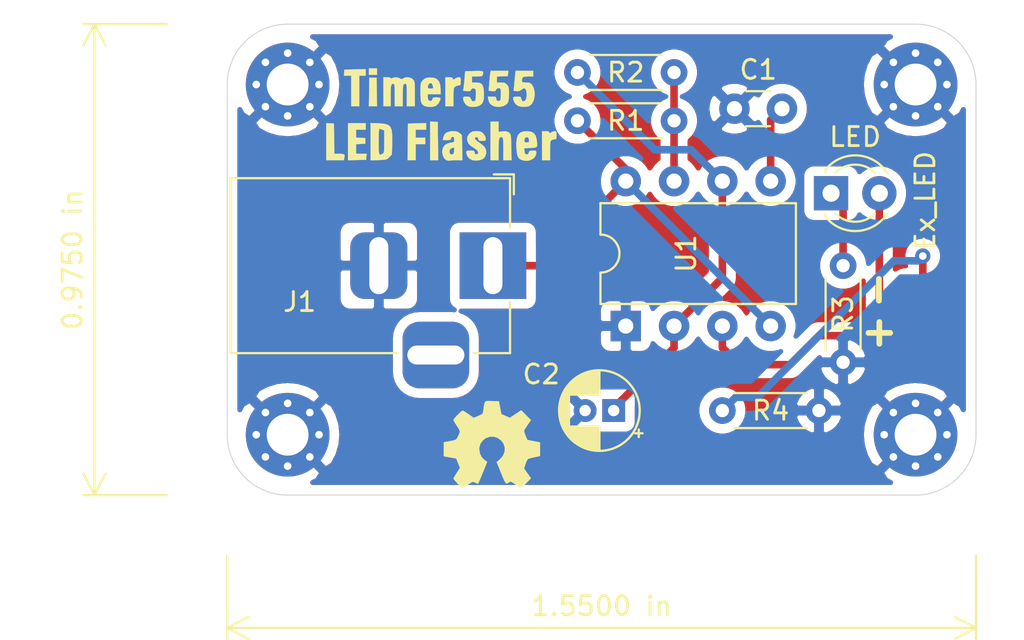
<source format=kicad_pcb>
(kicad_pcb (version 20171130) (host pcbnew "(5.1.5)-3")

  (general
    (thickness 1.6)
    (drawings 12)
    (tracks 36)
    (zones 0)
    (modules 15)
    (nets 9)
  )

  (page A4)
  (layers
    (0 F.Cu signal)
    (31 B.Cu signal)
    (32 B.Adhes user)
    (33 F.Adhes user)
    (34 B.Paste user)
    (35 F.Paste user)
    (36 B.SilkS user)
    (37 F.SilkS user)
    (38 B.Mask user)
    (39 F.Mask user)
    (40 Dwgs.User user)
    (41 Cmts.User user)
    (42 Eco1.User user)
    (43 Eco2.User user)
    (44 Edge.Cuts user)
    (45 Margin user)
    (46 B.CrtYd user)
    (47 F.CrtYd user)
    (48 B.Fab user hide)
    (49 F.Fab user hide)
  )

  (setup
    (last_trace_width 0.25)
    (user_trace_width 0.25)
    (user_trace_width 0.3)
    (user_trace_width 0.4)
    (trace_clearance 0.2)
    (zone_clearance 0.508)
    (zone_45_only no)
    (trace_min 0.2)
    (via_size 0.8)
    (via_drill 0.4)
    (via_min_size 0.4)
    (via_min_drill 0.3)
    (uvia_size 0.3)
    (uvia_drill 0.1)
    (uvias_allowed no)
    (uvia_min_size 0.2)
    (uvia_min_drill 0.1)
    (edge_width 0.05)
    (segment_width 0.2)
    (pcb_text_width 0.3)
    (pcb_text_size 1.5 1.5)
    (mod_edge_width 0.12)
    (mod_text_size 1 1)
    (mod_text_width 0.15)
    (pad_size 1.524 1.524)
    (pad_drill 0.762)
    (pad_to_mask_clearance 0.051)
    (solder_mask_min_width 0.25)
    (aux_axis_origin 0 0)
    (visible_elements 7FFFFFFF)
    (pcbplotparams
      (layerselection 0x010fc_ffffffff)
      (usegerberextensions false)
      (usegerberattributes false)
      (usegerberadvancedattributes false)
      (creategerberjobfile false)
      (excludeedgelayer true)
      (linewidth 0.100000)
      (plotframeref false)
      (viasonmask false)
      (mode 1)
      (useauxorigin false)
      (hpglpennumber 1)
      (hpglpenspeed 20)
      (hpglpendiameter 15.000000)
      (psnegative false)
      (psa4output false)
      (plotreference true)
      (plotvalue true)
      (plotinvisibletext false)
      (padsonsilk false)
      (subtractmaskfromsilk false)
      (outputformat 1)
      (mirror false)
      (drillshape 0)
      (scaleselection 1)
      (outputdirectory "LED_Flasher_Gerber/"))
  )

  (net 0 "")
  (net 1 GND)
  (net 2 "Net-(C1-Pad2)")
  (net 3 TR)
  (net 4 "Net-(D1-Pad1)")
  (net 5 OUT)
  (net 6 VDD)
  (net 7 "Net-(JP1-Pad2)")
  (net 8 "Net-(R1-Pad2)")

  (net_class Default "This is the default net class."
    (clearance 0.2)
    (trace_width 0.25)
    (via_dia 0.8)
    (via_drill 0.4)
    (uvia_dia 0.3)
    (uvia_drill 0.1)
    (add_net GND)
    (add_net "Net-(C1-Pad2)")
    (add_net "Net-(D1-Pad1)")
    (add_net "Net-(JP1-Pad2)")
    (add_net "Net-(R1-Pad2)")
    (add_net OUT)
    (add_net TR)
    (add_net VDD)
  )

  (module MyLogos:LED_Flasher (layer F.Cu) (tedit 0) (tstamp 5F55C5A6)
    (at 145.415 48.26)
    (fp_text reference G*** (at 0 0) (layer F.SilkS) hide
      (effects (font (size 1.524 1.524) (thickness 0.3)))
    )
    (fp_text value LOGO (at 0.75 0) (layer F.SilkS) hide
      (effects (font (size 1.524 1.524) (thickness 0.3)))
    )
    (fp_poly (pts (xy -12.446 -10.668) (xy -12.869333 -10.668) (xy -12.869333 -11.006667) (xy -12.446 -11.006667)
      (xy -12.446 -10.668)) (layer F.SilkS) (width 0.01))
    (fp_poly (pts (xy -8.531606 -10.53269) (xy -8.474413 -10.504433) (xy -8.466667 -10.4775) (xy -8.449 -10.422438)
      (xy -8.390767 -10.432503) (xy -8.320992 -10.478847) (xy -8.214342 -10.529046) (xy -8.141076 -10.541)
      (xy -8.082923 -10.532861) (xy -8.053907 -10.494135) (xy -8.044117 -10.403358) (xy -8.043333 -10.329333)
      (xy -8.047152 -10.203331) (xy -8.065111 -10.14046) (xy -8.10697 -10.1193) (xy -8.139747 -10.117667)
      (xy -8.248999 -10.093396) (xy -8.330247 -10.051766) (xy -8.370953 -10.017595) (xy -8.397872 -9.972057)
      (xy -8.413832 -9.898619) (xy -8.421658 -9.780748) (xy -8.424178 -9.601909) (xy -8.424333 -9.501433)
      (xy -8.424333 -9.017) (xy -8.847667 -9.017) (xy -8.847667 -10.541) (xy -8.657167 -10.541)
      (xy -8.531606 -10.53269)) (layer F.SilkS) (width 0.01))
    (fp_poly (pts (xy -11.803228 -10.532297) (xy -11.735078 -10.510276) (xy -11.726333 -10.497177) (xy -11.700419 -10.474977)
      (xy -11.64445 -10.497177) (xy -11.499882 -10.537131) (xy -11.342681 -10.526454) (xy -11.237219 -10.48173)
      (xy -11.16073 -10.444048) (xy -11.092056 -10.467384) (xy -11.071542 -10.48173) (xy -10.933042 -10.536377)
      (xy -10.770215 -10.535627) (xy -10.619839 -10.482692) (xy -10.560243 -10.437091) (xy -10.520874 -10.394572)
      (xy -10.492959 -10.3489) (xy -10.474531 -10.285646) (xy -10.463623 -10.190383) (xy -10.458267 -10.048683)
      (xy -10.456495 -9.846118) (xy -10.456333 -9.675091) (xy -10.456333 -9.017) (xy -10.879667 -9.017)
      (xy -10.879667 -9.609667) (xy -10.880397 -9.844537) (xy -10.883757 -10.007698) (xy -10.891497 -10.112104)
      (xy -10.905369 -10.170709) (xy -10.927125 -10.196466) (xy -10.958515 -10.202329) (xy -10.959804 -10.202333)
      (xy -11.00996 -10.194007) (xy -11.045633 -10.16103) (xy -11.069215 -10.091408) (xy -11.083098 -9.973143)
      (xy -11.089673 -9.794241) (xy -11.091333 -9.542706) (xy -11.091333 -9.017) (xy -11.514667 -9.017)
      (xy -11.514667 -9.609667) (xy -11.515397 -9.844537) (xy -11.518757 -10.007698) (xy -11.526497 -10.112104)
      (xy -11.540369 -10.170709) (xy -11.562125 -10.196466) (xy -11.593515 -10.202329) (xy -11.594804 -10.202333)
      (xy -11.64496 -10.194007) (xy -11.680633 -10.16103) (xy -11.704215 -10.091408) (xy -11.718098 -9.973143)
      (xy -11.724673 -9.794241) (xy -11.726333 -9.542706) (xy -11.726333 -9.017) (xy -12.107333 -9.017)
      (xy -12.107333 -10.541) (xy -11.916833 -10.541) (xy -11.803228 -10.532297)) (layer F.SilkS) (width 0.01))
    (fp_poly (pts (xy -12.455607 -9.768417) (xy -12.444047 -9.017) (xy -12.871287 -9.017) (xy -12.859727 -9.768417)
      (xy -12.848167 -10.519833) (xy -12.467167 -10.519833) (xy -12.455607 -9.768417)) (layer F.SilkS) (width 0.01))
    (fp_poly (pts (xy -13.038667 -10.625667) (xy -13.377333 -10.625667) (xy -13.377333 -9.017) (xy -13.800667 -9.017)
      (xy -13.800667 -10.625667) (xy -14.186778 -10.625667) (xy -14.1605 -10.943167) (xy -13.599583 -10.954979)
      (xy -13.038667 -10.966791) (xy -13.038667 -10.625667)) (layer F.SilkS) (width 0.01))
    (fp_poly (pts (xy -4.233333 -10.583333) (xy -4.503971 -10.583333) (xy -4.668094 -10.576975) (xy -4.765055 -10.54993)
      (xy -4.811908 -10.490247) (xy -4.825706 -10.385972) (xy -4.826 -10.357621) (xy -4.816854 -10.303213)
      (xy -4.775354 -10.275847) (xy -4.680411 -10.266532) (xy -4.610668 -10.265833) (xy -4.470052 -10.258108)
      (xy -4.378964 -10.226509) (xy -4.303015 -10.158406) (xy -4.295881 -10.15021) (xy -4.204558 -9.986403)
      (xy -4.158722 -9.77874) (xy -4.15789 -9.554463) (xy -4.201578 -9.340814) (xy -4.289303 -9.165039)
      (xy -4.313885 -9.134803) (xy -4.40082 -9.053409) (xy -4.496751 -9.010221) (xy -4.637124 -8.990277)
      (xy -4.660139 -8.988634) (xy -4.866034 -8.99416) (xy -5.028668 -9.036101) (xy -5.166846 -9.142739)
      (xy -5.229751 -9.247097) (xy -5.282144 -9.38975) (xy -5.285823 -9.4734) (xy -5.232712 -9.513319)
      (xy -5.114737 -9.524779) (xy -5.082812 -9.525) (xy -4.957725 -9.52135) (xy -4.893853 -9.502233)
      (xy -4.867803 -9.455395) (xy -4.860562 -9.408583) (xy -4.825468 -9.31284) (xy -4.751985 -9.278648)
      (xy -4.664843 -9.303977) (xy -4.60382 -9.400879) (xy -4.574409 -9.55881) (xy -4.572578 -9.623006)
      (xy -4.58932 -9.808197) (xy -4.634927 -9.924379) (xy -4.705283 -9.967346) (xy -4.79627 -9.932896)
      (xy -4.838983 -9.895009) (xy -4.933999 -9.82782) (xy -5.056245 -9.811307) (xy -5.095771 -9.813615)
      (xy -5.259709 -9.827063) (xy -5.232406 -10.131115) (xy -5.214262 -10.324545) (xy -5.194544 -10.521718)
      (xy -5.180007 -10.657417) (xy -5.154911 -10.879667) (xy -4.233333 -10.879667) (xy -4.233333 -10.583333)) (layer F.SilkS) (width 0.01))
    (fp_poly (pts (xy -5.553568 -10.742083) (xy -5.566833 -10.6045) (xy -5.852583 -10.591983) (xy -6.138333 -10.579465)
      (xy -6.138333 -10.265833) (xy -5.923001 -10.265833) (xy -5.782927 -10.258252) (xy -5.692039 -10.226833)
      (xy -5.615553 -10.158563) (xy -5.605501 -10.147056) (xy -5.555227 -10.079624) (xy -5.524682 -10.005671)
      (xy -5.509098 -9.902422) (xy -5.503706 -9.7471) (xy -5.503333 -9.659059) (xy -5.511259 -9.43101)
      (xy -5.540085 -9.26962) (xy -5.597383 -9.157934) (xy -5.690727 -9.079001) (xy -5.782673 -9.033695)
      (xy -6.010663 -8.980473) (xy -6.240588 -9.002496) (xy -6.32885 -9.033337) (xy -6.474313 -9.121564)
      (xy -6.557208 -9.243889) (xy -6.590421 -9.373056) (xy -6.615078 -9.525) (xy -6.400684 -9.525)
      (xy -6.273573 -9.521585) (xy -6.208016 -9.503481) (xy -6.180951 -9.458903) (xy -6.172895 -9.408583)
      (xy -6.14594 -9.321382) (xy -6.077241 -9.29294) (xy -6.053667 -9.292167) (xy -6.000013 -9.296503)
      (xy -5.967534 -9.321284) (xy -5.949769 -9.384172) (xy -5.940258 -9.502829) (xy -5.935563 -9.615073)
      (xy -5.93244 -9.786733) (xy -5.94083 -9.891254) (xy -5.963329 -9.945695) (xy -5.988479 -9.962995)
      (xy -6.096503 -9.96893) (xy -6.174909 -9.908791) (xy -6.19138 -9.869604) (xy -6.221558 -9.82375)
      (xy -6.294111 -9.808717) (xy -6.391126 -9.813963) (xy -6.571816 -9.831194) (xy -6.54351 -10.217847)
      (xy -6.528061 -10.408323) (xy -6.511305 -10.582376) (xy -6.496094 -10.711326) (xy -6.491391 -10.742083)
      (xy -6.467578 -10.879667) (xy -5.540302 -10.879667) (xy -5.553568 -10.742083)) (layer F.SilkS) (width 0.01))
    (fp_poly (pts (xy -6.980589 -10.871773) (xy -6.899176 -10.855784) (xy -6.864552 -10.821521) (xy -6.864101 -10.763598)
      (xy -6.884682 -10.678583) (xy -6.906887 -10.626524) (xy -6.952183 -10.597826) (xy -7.041659 -10.585697)
      (xy -7.180438 -10.583333) (xy -7.450667 -10.583333) (xy -7.450667 -10.265833) (xy -7.240176 -10.265833)
      (xy -7.074132 -10.251931) (xy -6.95846 -10.202254) (xy -6.884002 -10.104849) (xy -6.841601 -9.947764)
      (xy -6.822146 -9.720175) (xy -6.82442 -9.465849) (xy -6.858902 -9.279044) (xy -6.930578 -9.147111)
      (xy -7.044434 -9.057399) (xy -7.092285 -9.034832) (xy -7.270189 -8.988792) (xy -7.465759 -8.980662)
      (xy -7.634883 -9.011927) (xy -7.645903 -9.016156) (xy -7.766045 -9.100519) (xy -7.86358 -9.230556)
      (xy -7.913975 -9.371109) (xy -7.916333 -9.403709) (xy -7.909804 -9.479684) (xy -7.874573 -9.514746)
      (xy -7.787174 -9.524599) (xy -7.735115 -9.525) (xy -7.617278 -9.51829) (xy -7.553016 -9.48657)
      (xy -7.511581 -9.412455) (xy -7.504726 -9.394735) (xy -7.454512 -9.302607) (xy -7.387054 -9.276041)
      (xy -7.357862 -9.278319) (xy -7.306819 -9.292316) (xy -7.276189 -9.328961) (xy -7.259417 -9.407209)
      (xy -7.249946 -9.546017) (xy -7.247778 -9.596628) (xy -7.244015 -9.758567) (xy -7.251873 -9.856934)
      (xy -7.275586 -9.912502) (xy -7.318922 -9.945794) (xy -7.404197 -9.965814) (xy -7.468894 -9.924059)
      (xy -7.521974 -9.859356) (xy -7.535333 -9.828588) (xy -7.572985 -9.8143) (xy -7.668288 -9.811487)
      (xy -7.725654 -9.814694) (xy -7.915975 -9.82983) (xy -7.892163 -9.984332) (xy -7.877468 -10.100214)
      (xy -7.85994 -10.26837) (xy -7.842879 -10.456631) (xy -7.839425 -10.498667) (xy -7.8105 -10.8585)
      (xy -7.33425 -10.87047) (xy -7.121408 -10.874873) (xy -6.980589 -10.871773)) (layer F.SilkS) (width 0.01))
    (fp_poly (pts (xy -9.481417 -10.523048) (xy -9.306455 -10.455547) (xy -9.186237 -10.324615) (xy -9.118896 -10.128386)
      (xy -9.101825 -9.916583) (xy -9.101667 -9.652) (xy -9.779 -9.652) (xy -9.779 -9.509017)
      (xy -9.762813 -9.396838) (xy -9.723582 -9.320196) (xy -9.720866 -9.317787) (xy -9.635212 -9.288826)
      (xy -9.558328 -9.32211) (xy -9.525 -9.402529) (xy -9.512376 -9.450833) (xy -9.460923 -9.474904)
      (xy -9.350268 -9.482456) (xy -9.313333 -9.482667) (xy -9.191757 -9.474791) (xy -9.115442 -9.454568)
      (xy -9.101667 -9.438974) (xy -9.132566 -9.312967) (xy -9.209464 -9.176833) (xy -9.308666 -9.068512)
      (xy -9.35023 -9.040979) (xy -9.518145 -8.989614) (xy -9.713709 -8.980543) (xy -9.895269 -9.013786)
      (xy -9.957853 -9.040656) (xy -10.039033 -9.094188) (xy -10.095389 -9.161872) (xy -10.131274 -9.259074)
      (xy -10.151039 -9.401163) (xy -10.159038 -9.603506) (xy -10.16 -9.754383) (xy -10.159123 -9.965358)
      (xy -10.158394 -9.98653) (xy -9.77205 -9.98653) (xy -9.735225 -9.955114) (xy -9.638081 -9.948346)
      (xy -9.629056 -9.948333) (xy -9.527936 -9.953033) (xy -9.49102 -9.979618) (xy -9.497905 -10.04682)
      (xy -9.50224 -10.06475) (xy -9.537189 -10.165271) (xy -9.571494 -10.222549) (xy -9.636001 -10.241057)
      (xy -9.706023 -10.198439) (xy -9.758618 -10.11331) (xy -9.771229 -10.06048) (xy -9.77205 -9.98653)
      (xy -10.158394 -9.98653) (xy -10.154136 -10.110155) (xy -10.141504 -10.20726) (xy -10.117693 -10.275161)
      (xy -10.079169 -10.332344) (xy -10.041069 -10.376438) (xy -9.94129 -10.466405) (xy -9.826259 -10.512563)
      (xy -9.712986 -10.528989) (xy -9.481417 -10.523048)) (layer F.SilkS) (width 0.01))
    (fp_poly (pts (xy -3.453017 -7.696873) (xy -3.395814 -7.669661) (xy -3.386667 -7.638766) (xy -3.379014 -7.596531)
      (xy -3.341072 -7.606472) (xy -3.292581 -7.638766) (xy -3.184273 -7.689756) (xy -3.102081 -7.704667)
      (xy -3.044687 -7.696284) (xy -3.016049 -7.656856) (xy -3.006411 -7.56496) (xy -3.005667 -7.493)
      (xy -3.009951 -7.36634) (xy -3.028589 -7.303153) (xy -3.070258 -7.282439) (xy -3.093117 -7.281333)
      (xy -3.204659 -7.261059) (xy -3.26245 -7.237511) (xy -3.297366 -7.211342) (xy -3.320728 -7.167018)
      (xy -3.334807 -7.089259) (xy -3.341878 -6.962788) (xy -3.344214 -6.772326) (xy -3.344333 -6.687177)
      (xy -3.344333 -6.180667) (xy -3.767667 -6.180667) (xy -3.767667 -7.704667) (xy -3.577167 -7.704667)
      (xy -3.453017 -7.696873)) (layer F.SilkS) (width 0.01))
    (fp_poly (pts (xy -6.053667 -7.676534) (xy -5.83096 -7.695003) (xy -5.680223 -7.699106) (xy -5.57823 -7.67599)
      (xy -5.502877 -7.628237) (xy -5.463501 -7.593494) (xy -5.435086 -7.553812) (xy -5.415501 -7.495437)
      (xy -5.402611 -7.404616) (xy -5.394283 -7.267594) (xy -5.388384 -7.070618) (xy -5.384004 -6.861834)
      (xy -5.370507 -6.180667) (xy -5.799667 -6.180667) (xy -5.799667 -6.768804) (xy -5.800913 -7.007068)
      (xy -5.805632 -7.173831) (xy -5.815297 -7.282237) (xy -5.831381 -7.345428) (xy -5.855357 -7.376546)
      (xy -5.868533 -7.383368) (xy -5.937183 -7.397746) (xy -5.987023 -7.373927) (xy -6.02082 -7.3024)
      (xy -6.041341 -7.173654) (xy -6.051353 -6.978177) (xy -6.053667 -6.746983) (xy -6.053667 -6.180667)
      (xy -6.477 -6.180667) (xy -6.477 -8.212667) (xy -6.053667 -8.212667) (xy -6.053667 -7.676534)) (layer F.SilkS) (width 0.01))
    (fp_poly (pts (xy -9.450917 -8.204403) (xy -9.249833 -8.1915) (xy -9.238484 -7.186083) (xy -9.227134 -6.180667)
      (xy -9.652 -6.180667) (xy -9.652 -8.217306) (xy -9.450917 -8.204403)) (layer F.SilkS) (width 0.01))
    (fp_poly (pts (xy -9.863667 -7.789333) (xy -10.414 -7.789333) (xy -10.414 -7.366) (xy -9.906 -7.366)
      (xy -9.906 -7.027333) (xy -10.414 -7.027333) (xy -10.414 -6.180667) (xy -10.838923 -6.180667)
      (xy -10.816167 -8.106833) (xy -9.863667 -8.130773) (xy -9.863667 -7.789333)) (layer F.SilkS) (width 0.01))
    (fp_poly (pts (xy -12.371917 -8.120609) (xy -12.137337 -8.104621) (xy -11.957626 -8.072063) (xy -11.825977 -8.012936)
      (xy -11.735581 -7.917238) (xy -11.679629 -7.77497) (xy -11.651314 -7.576131) (xy -11.643826 -7.31072)
      (xy -11.647907 -7.057136) (xy -11.662833 -6.478534) (xy -11.801147 -6.340184) (xy -11.867835 -6.277012)
      (xy -11.929458 -6.236043) (xy -12.006774 -6.211619) (xy -12.120537 -6.198082) (xy -12.291505 -6.189774)
      (xy -12.362063 -6.187283) (xy -12.784667 -6.172733) (xy -12.784667 -7.154333) (xy -12.361333 -7.154333)
      (xy -12.360395 -6.887382) (xy -12.355377 -6.695338) (xy -12.342977 -6.568445) (xy -12.319894 -6.496949)
      (xy -12.282825 -6.471094) (xy -12.228466 -6.481123) (xy -12.153517 -6.517281) (xy -12.146884 -6.520823)
      (xy -12.114257 -6.544791) (xy -12.091624 -6.585107) (xy -12.077183 -6.655757) (xy -12.069134 -6.770731)
      (xy -12.065675 -6.944014) (xy -12.065 -7.156871) (xy -12.065 -7.749096) (xy -12.173589 -7.790381)
      (xy -12.268077 -7.821231) (xy -12.321756 -7.831667) (xy -12.335991 -7.79131) (xy -12.347692 -7.678108)
      (xy -12.35617 -7.50386) (xy -12.360734 -7.280367) (xy -12.361333 -7.154333) (xy -12.784667 -7.154333)
      (xy -12.784667 -8.137848) (xy -12.371917 -8.120609)) (layer F.SilkS) (width 0.01))
    (fp_poly (pts (xy -13.038667 -7.789333) (xy -13.546667 -7.789333) (xy -13.546667 -7.370225) (xy -13.059833 -7.344833)
      (xy -13.059833 -7.0485) (xy -13.546667 -7.023108) (xy -13.546667 -6.519333) (xy -12.991223 -6.519333)
      (xy -13.004361 -6.360583) (xy -13.0175 -6.201833) (xy -13.49375 -6.189864) (xy -13.97 -6.177894)
      (xy -13.97 -8.128) (xy -13.038667 -8.128) (xy -13.038667 -7.789333)) (layer F.SilkS) (width 0.01))
    (fp_poly (pts (xy -14.911917 -8.119736) (xy -14.710833 -8.106833) (xy -14.687799 -6.519333) (xy -14.437231 -6.519333)
      (xy -14.298705 -6.51253) (xy -14.196872 -6.494903) (xy -14.159862 -6.475967) (xy -14.149072 -6.406696)
      (xy -14.160727 -6.306634) (xy -14.188394 -6.180667) (xy -15.113 -6.180667) (xy -15.113 -8.132639)
      (xy -14.911917 -8.119736)) (layer F.SilkS) (width 0.01))
    (fp_poly (pts (xy -4.350811 -7.680584) (xy -4.199573 -7.603206) (xy -4.100872 -7.464839) (xy -4.046261 -7.257787)
      (xy -4.0426 -7.230622) (xy -4.022526 -7.047673) (xy -4.026766 -6.932237) (xy -4.068733 -6.867868)
      (xy -4.16184 -6.838115) (xy -4.319497 -6.826532) (xy -4.373823 -6.824425) (xy -4.703894 -6.812017)
      (xy -4.690864 -6.655092) (xy -4.670722 -6.545372) (xy -4.624696 -6.495427) (xy -4.58408 -6.484835)
      (xy -4.506124 -6.496924) (xy -4.464565 -6.57431) (xy -4.463074 -6.580085) (xy -4.435475 -6.648533)
      (xy -4.380795 -6.680175) (xy -4.272408 -6.688573) (xy -4.249911 -6.688667) (xy -4.134462 -6.684455)
      (xy -4.080456 -6.662058) (xy -4.064747 -6.606836) (xy -4.064 -6.571086) (xy -4.103939 -6.408435)
      (xy -4.215554 -6.273022) (xy -4.34334 -6.197362) (xy -4.506037 -6.149768) (xy -4.670615 -6.152359)
      (xy -4.815197 -6.185638) (xy -4.933319 -6.23849) (xy -5.016622 -6.326404) (xy -5.07117 -6.462586)
      (xy -5.103029 -6.660244) (xy -5.114905 -6.838253) (xy -5.115128 -7.138344) (xy -5.112722 -7.155357)
      (xy -4.692987 -7.155357) (xy -4.658071 -7.118283) (xy -4.572 -7.112) (xy -4.482069 -7.119481)
      (xy -4.450259 -7.159489) (xy -4.452901 -7.249583) (xy -4.473318 -7.346098) (xy -4.522964 -7.38314)
      (xy -4.572 -7.387167) (xy -4.647635 -7.372722) (xy -4.681904 -7.312826) (xy -4.691099 -7.249583)
      (xy -4.692987 -7.155357) (xy -5.112722 -7.155357) (xy -5.082924 -7.365994) (xy -5.013448 -7.528814)
      (xy -4.901852 -7.634412) (xy -4.74329 -7.690396) (xy -4.563035 -7.704667) (xy -4.350811 -7.680584)) (layer F.SilkS) (width 0.01))
    (fp_poly (pts (xy -7.069714 -7.698488) (xy -6.97161 -7.672173) (xy -6.889293 -7.614059) (xy -6.854744 -7.580923)
      (xy -6.753057 -7.436329) (xy -6.731 -7.326923) (xy -6.736255 -7.246845) (xy -6.767349 -7.208919)
      (xy -6.84728 -7.197422) (xy -6.9215 -7.196667) (xy -7.040385 -7.202109) (xy -7.096623 -7.224961)
      (xy -7.111891 -7.275005) (xy -7.112 -7.282662) (xy -7.140267 -7.362277) (xy -7.203733 -7.399547)
      (xy -7.270395 -7.379935) (xy -7.285721 -7.361586) (xy -7.299671 -7.328352) (xy -7.289131 -7.29209)
      (xy -7.243768 -7.242313) (xy -7.15325 -7.168535) (xy -7.007247 -7.060269) (xy -6.942667 -7.013404)
      (xy -6.80256 -6.890531) (xy -6.726896 -6.764876) (xy -6.713815 -6.722124) (xy -6.704052 -6.545077)
      (xy -6.755021 -6.380501) (xy -6.856891 -6.257476) (xy -6.875078 -6.244956) (xy -7.018289 -6.188884)
      (xy -7.20022 -6.16267) (xy -7.378793 -6.17087) (xy -7.43742 -6.184076) (xy -7.585356 -6.264196)
      (xy -7.695253 -6.392287) (xy -7.745832 -6.541999) (xy -7.747 -6.567376) (xy -7.741884 -6.639202)
      (xy -7.711993 -6.675022) (xy -7.635512 -6.687336) (xy -7.535333 -6.688667) (xy -7.408524 -6.684294)
      (xy -7.345271 -6.665513) (xy -7.32467 -6.623832) (xy -7.323667 -6.602672) (xy -7.293462 -6.521494)
      (xy -7.224955 -6.483309) (xy -7.151305 -6.50564) (xy -7.147283 -6.509451) (xy -7.119062 -6.588183)
      (xy -7.164055 -6.682305) (xy -7.275222 -6.780227) (xy -7.333586 -6.816155) (xy -7.52606 -6.943313)
      (xy -7.644467 -7.071496) (xy -7.698617 -7.213252) (xy -7.704667 -7.290772) (xy -7.684181 -7.433275)
      (xy -7.609683 -7.550704) (xy -7.580923 -7.580923) (xy -7.495587 -7.654307) (xy -7.407574 -7.691423)
      (xy -7.282656 -7.703936) (xy -7.217833 -7.704667) (xy -7.069714 -7.698488)) (layer F.SilkS) (width 0.01))
    (fp_poly (pts (xy -8.306472 -7.697113) (xy -8.197393 -7.668408) (xy -8.106744 -7.609489) (xy -8.098611 -7.602599)
      (xy -7.979833 -7.500531) (xy -7.96623 -6.837829) (xy -7.952626 -6.175127) (xy -8.199063 -6.179801)
      (xy -8.360022 -6.178576) (xy -8.506323 -6.17038) (xy -8.5725 -6.162406) (xy -8.69721 -6.15897)
      (xy -8.792534 -6.179484) (xy -8.897603 -6.265252) (xy -8.97563 -6.409644) (xy -9.014673 -6.587974)
      (xy -9.016082 -6.621639) (xy -8.635352 -6.621639) (xy -8.614936 -6.519702) (xy -8.544713 -6.483)
      (xy -8.489576 -6.485798) (xy -8.432113 -6.511457) (xy -8.401891 -6.581864) (xy -8.389969 -6.681766)
      (xy -8.385014 -6.794664) (xy -8.399014 -6.842397) (xy -8.442527 -6.844046) (xy -8.474636 -6.83481)
      (xy -8.586863 -6.772857) (xy -8.632439 -6.667947) (xy -8.635352 -6.621639) (xy -9.016082 -6.621639)
      (xy -9.017 -6.643563) (xy -8.979503 -6.832501) (xy -8.873273 -6.978946) (xy -8.707703 -7.073039)
      (xy -8.58171 -7.100501) (xy -8.461151 -7.117646) (xy -8.402571 -7.145555) (xy -8.383633 -7.2027)
      (xy -8.382 -7.265672) (xy -8.39229 -7.365463) (xy -8.432025 -7.404551) (xy -8.466667 -7.408333)
      (xy -8.537419 -7.378399) (xy -8.551333 -7.323667) (xy -8.562195 -7.27337) (xy -8.608526 -7.247991)
      (xy -8.710942 -7.239483) (xy -8.768292 -7.239) (xy -8.98525 -7.239) (xy -8.958837 -7.376583)
      (xy -8.893368 -7.53997) (xy -8.76871 -7.646555) (xy -8.581617 -7.698502) (xy -8.466667 -7.704667)
      (xy -8.306472 -7.697113)) (layer F.SilkS) (width 0.01))
    (fp_poly (pts (xy -6.399029 6.486008) (xy -6.034694 6.498167) (xy -5.969419 6.83415) (xy -5.904143 7.170134)
      (xy -5.681518 7.267704) (xy -5.458892 7.365273) (xy -5.161241 7.167348) (xy -4.86359 6.969424)
      (xy -4.606913 7.2261) (xy -4.350236 7.482777) (xy -4.517246 7.731305) (xy -4.60387 7.861003)
      (xy -4.672424 7.9651) (xy -4.708481 8.021683) (xy -4.708953 8.022492) (xy -4.706819 8.081623)
      (xy -4.676006 8.191219) (xy -4.635389 8.297658) (xy -4.537127 8.530167) (xy -4.205314 8.593667)
      (xy -3.8735 8.657167) (xy -3.8735 9.376833) (xy -4.169833 9.440333) (xy -4.322905 9.475766)
      (xy -4.444749 9.508792) (xy -4.510101 9.532532) (xy -4.511454 9.533366) (xy -4.548933 9.587173)
      (xy -4.598504 9.695347) (xy -4.635778 9.795421) (xy -4.714815 10.027943) (xy -4.532151 10.288347)
      (xy -4.349488 10.548752) (xy -4.597002 10.798876) (xy -4.714044 10.913746) (xy -4.809168 11.000809)
      (xy -4.866561 11.04581) (xy -4.874491 11.049) (xy -4.921615 11.026563) (xy -5.018016 10.967402)
      (xy -5.143889 10.883747) (xy -5.159178 10.873233) (xy -5.291174 10.783716) (xy -5.375166 10.736501)
      (xy -5.432782 10.725731) (xy -5.485653 10.745545) (xy -5.529169 10.773) (xy -5.583944 10.80644)
      (xy -5.628209 10.818787) (xy -5.668901 10.800628) (xy -5.71296 10.742551) (xy -5.767322 10.635142)
      (xy -5.838926 10.468988) (xy -5.93471 10.234676) (xy -5.945431 10.208256) (xy -6.153849 9.694569)
      (xy -5.979816 9.545604) (xy -5.821887 9.362377) (xy -5.73765 9.157224) (xy -5.725394 8.945304)
      (xy -5.783406 8.741782) (xy -5.909976 8.561817) (xy -6.103392 8.420573) (xy -6.107023 8.41871)
      (xy -6.318469 8.353414) (xy -6.529823 8.361829) (xy -6.725706 8.434572) (xy -6.890744 8.562256)
      (xy -7.009559 8.735496) (xy -7.066775 8.944907) (xy -7.069667 9.006279) (xy -7.034836 9.242497)
      (xy -6.935825 9.442234) (xy -6.799864 9.575624) (xy -6.711264 9.636762) (xy -6.658657 9.673121)
      (xy -6.654417 9.676069) (xy -6.665564 9.715257) (xy -6.703176 9.815532) (xy -6.760341 9.960171)
      (xy -6.830151 10.132449) (xy -6.905698 10.315641) (xy -6.98007 10.493024) (xy -7.04636 10.647872)
      (xy -7.097658 10.763462) (xy -7.127055 10.823068) (xy -7.129898 10.827009) (xy -7.17434 10.820735)
      (xy -7.261825 10.783738) (xy -7.277809 10.775656) (xy -7.348862 10.742525) (xy -7.40726 10.735257)
      (xy -7.476099 10.760052) (xy -7.578473 10.823108) (xy -7.660421 10.878367) (xy -7.78875 10.962368)
      (xy -7.890654 11.023289) (xy -7.945495 11.04885) (xy -7.947207 11.049) (xy -7.992174 11.020876)
      (xy -8.078105 10.946637) (xy -8.187576 10.84148) (xy -8.20353 10.825419) (xy -8.310482 10.712328)
      (xy -8.388914 10.620258) (xy -8.423784 10.567033) (xy -8.424333 10.563787) (xy -8.402653 10.512035)
      (xy -8.345452 10.410712) (xy -8.26449 10.280483) (xy -8.253108 10.262929) (xy -8.081882 10.000121)
      (xy -8.181009 9.753535) (xy -8.280135 9.506949) (xy -8.932333 9.390233) (xy -8.932333 8.650655)
      (xy -8.604812 8.590411) (xy -8.440498 8.558663) (xy -8.337426 8.529082) (xy -8.273566 8.488543)
      (xy -8.226886 8.423918) (xy -8.183978 8.339667) (xy -8.128788 8.215148) (xy -8.093998 8.114023)
      (xy -8.088166 8.082101) (xy -8.110023 8.015387) (xy -8.16974 7.904774) (xy -8.254421 7.774131)
      (xy -8.255 7.773305) (xy -8.339838 7.645085) (xy -8.400591 7.539701) (xy -8.424325 7.479625)
      (xy -8.424333 7.479091) (xy -8.395887 7.427026) (xy -8.322882 7.337853) (xy -8.22382 7.230526)
      (xy -8.117202 7.124) (xy -8.021529 7.037232) (xy -7.955303 6.989175) (xy -7.94207 6.985)
      (xy -7.892928 7.007737) (xy -7.794388 7.067976) (xy -7.665767 7.15376) (xy -7.635753 7.174594)
      (xy -7.364536 7.364187) (xy -7.143418 7.277031) (xy -7.016706 7.221467) (xy -6.924578 7.170684)
      (xy -6.894884 7.145516) (xy -6.873957 7.080361) (xy -6.850847 6.963092) (xy -6.839201 6.884329)
      (xy -6.814577 6.696243) (xy -6.789072 6.57663) (xy -6.746362 6.510718) (xy -6.670121 6.483732)
      (xy -6.544026 6.480901) (xy -6.399029 6.486008)) (layer F.SilkS) (width 0.01))
  )

  (module Jumper:SolderJumper-2_P1.3mm_Open_Pad1.0x1.5mm (layer F.Cu) (tedit 5F52F07E) (tstamp 5F534C05)
    (at 161.925 50.165 90)
    (descr "SMD Solder Jumper, 1x1.5mm Pads, 0.3mm gap, open")
    (tags "solder jumper open")
    (path /5F53E433)
    (attr virtual)
    (fp_text reference Ex_LED (at 5.969 -0.127 90) (layer F.SilkS)
      (effects (font (size 1 1) (thickness 0.15)))
    )
    (fp_text value Ex_LED (at 0 2.286 90) (layer F.Fab)
      (effects (font (size 1 1) (thickness 0.15)))
    )
    (fp_line (start -2.032 -1.651) (end 2.032 -1.651) (layer F.CrtYd) (width 0.05))
    (fp_line (start -2.032 -1.651) (end -2.032 1.25) (layer F.CrtYd) (width 0.05))
    (fp_line (start 2.032 1.23) (end 2.032 -1.651) (layer F.CrtYd) (width 0.05))
    (fp_line (start 2.032 1.25) (end -2.032 1.25) (layer F.CrtYd) (width 0.05))
    (pad 2 smd roundrect (at 1.143 -0.254 90) (size 1.5 2.5) (layers F.Cu F.Mask) (roundrect_rratio 0.25)
      (net 7 "Net-(JP1-Pad2)"))
    (pad 1 smd roundrect (at -1.143 -0.254 90) (size 1.5 2.5) (layers F.Cu F.Mask) (roundrect_rratio 0.25)
      (net 5 OUT))
  )

  (module Capacitor_THT:C_Disc_D3.0mm_W1.6mm_P2.50mm (layer F.Cu) (tedit 5AE50EF0) (tstamp 5F534B16)
    (at 151.765 39.37)
    (descr "C, Disc series, Radial, pin pitch=2.50mm, , diameter*width=3.0*1.6mm^2, Capacitor, http://www.vishay.com/docs/45233/krseries.pdf")
    (tags "C Disc series Radial pin pitch 2.50mm  diameter 3.0mm width 1.6mm Capacitor")
    (path /5F534B88)
    (fp_text reference C1 (at 1.25 -2.05) (layer F.SilkS)
      (effects (font (size 1 1) (thickness 0.15)))
    )
    (fp_text value 100nF (at 1.25 2.05) (layer F.Fab)
      (effects (font (size 1 1) (thickness 0.15)))
    )
    (fp_line (start -0.25 -0.8) (end -0.25 0.8) (layer F.Fab) (width 0.1))
    (fp_line (start -0.25 0.8) (end 2.75 0.8) (layer F.Fab) (width 0.1))
    (fp_line (start 2.75 0.8) (end 2.75 -0.8) (layer F.Fab) (width 0.1))
    (fp_line (start 2.75 -0.8) (end -0.25 -0.8) (layer F.Fab) (width 0.1))
    (fp_line (start 0.621 -0.92) (end 1.879 -0.92) (layer F.SilkS) (width 0.12))
    (fp_line (start 0.621 0.92) (end 1.879 0.92) (layer F.SilkS) (width 0.12))
    (fp_line (start -1.05 -1.05) (end -1.05 1.05) (layer F.CrtYd) (width 0.05))
    (fp_line (start -1.05 1.05) (end 3.55 1.05) (layer F.CrtYd) (width 0.05))
    (fp_line (start 3.55 1.05) (end 3.55 -1.05) (layer F.CrtYd) (width 0.05))
    (fp_line (start 3.55 -1.05) (end -1.05 -1.05) (layer F.CrtYd) (width 0.05))
    (fp_text user %R (at 1.25 0) (layer F.Fab)
      (effects (font (size 0.6 0.6) (thickness 0.09)))
    )
    (pad 1 thru_hole circle (at 0 0) (size 1.6 1.6) (drill 0.8) (layers *.Cu *.Mask)
      (net 1 GND))
    (pad 2 thru_hole circle (at 2.5 0) (size 1.6 1.6) (drill 0.8) (layers *.Cu *.Mask)
      (net 2 "Net-(C1-Pad2)"))
    (model ${KISYS3DMOD}/Capacitor_THT.3dshapes/C_Disc_D3.0mm_W1.6mm_P2.50mm.wrl
      (at (xyz 0 0 0))
      (scale (xyz 1 1 1))
      (rotate (xyz 0 0 0))
    )
  )

  (module Capacitor_THT:CP_Radial_D4.0mm_P1.50mm (layer F.Cu) (tedit 5AE50EF0) (tstamp 5F534B81)
    (at 145.415 55.245 180)
    (descr "CP, Radial series, Radial, pin pitch=1.50mm, , diameter=4mm, Electrolytic Capacitor")
    (tags "CP Radial series Radial pin pitch 1.50mm  diameter 4mm Electrolytic Capacitor")
    (path /5F53274F)
    (fp_text reference C2 (at 3.81 1.905) (layer F.SilkS)
      (effects (font (size 1 1) (thickness 0.15)))
    )
    (fp_text value 10uF (at 0.75 3.25) (layer F.Fab)
      (effects (font (size 1 1) (thickness 0.15)))
    )
    (fp_circle (center 0.75 0) (end 2.75 0) (layer F.Fab) (width 0.1))
    (fp_circle (center 0.75 0) (end 2.87 0) (layer F.SilkS) (width 0.12))
    (fp_circle (center 0.75 0) (end 3 0) (layer F.CrtYd) (width 0.05))
    (fp_line (start -0.952554 -0.8675) (end -0.552554 -0.8675) (layer F.Fab) (width 0.1))
    (fp_line (start -0.752554 -1.0675) (end -0.752554 -0.6675) (layer F.Fab) (width 0.1))
    (fp_line (start 0.75 0.84) (end 0.75 2.08) (layer F.SilkS) (width 0.12))
    (fp_line (start 0.75 -2.08) (end 0.75 -0.84) (layer F.SilkS) (width 0.12))
    (fp_line (start 0.79 0.84) (end 0.79 2.08) (layer F.SilkS) (width 0.12))
    (fp_line (start 0.79 -2.08) (end 0.79 -0.84) (layer F.SilkS) (width 0.12))
    (fp_line (start 0.83 0.84) (end 0.83 2.079) (layer F.SilkS) (width 0.12))
    (fp_line (start 0.83 -2.079) (end 0.83 -0.84) (layer F.SilkS) (width 0.12))
    (fp_line (start 0.87 -2.077) (end 0.87 -0.84) (layer F.SilkS) (width 0.12))
    (fp_line (start 0.87 0.84) (end 0.87 2.077) (layer F.SilkS) (width 0.12))
    (fp_line (start 0.91 -2.074) (end 0.91 -0.84) (layer F.SilkS) (width 0.12))
    (fp_line (start 0.91 0.84) (end 0.91 2.074) (layer F.SilkS) (width 0.12))
    (fp_line (start 0.95 -2.071) (end 0.95 -0.84) (layer F.SilkS) (width 0.12))
    (fp_line (start 0.95 0.84) (end 0.95 2.071) (layer F.SilkS) (width 0.12))
    (fp_line (start 0.99 -2.067) (end 0.99 -0.84) (layer F.SilkS) (width 0.12))
    (fp_line (start 0.99 0.84) (end 0.99 2.067) (layer F.SilkS) (width 0.12))
    (fp_line (start 1.03 -2.062) (end 1.03 -0.84) (layer F.SilkS) (width 0.12))
    (fp_line (start 1.03 0.84) (end 1.03 2.062) (layer F.SilkS) (width 0.12))
    (fp_line (start 1.07 -2.056) (end 1.07 -0.84) (layer F.SilkS) (width 0.12))
    (fp_line (start 1.07 0.84) (end 1.07 2.056) (layer F.SilkS) (width 0.12))
    (fp_line (start 1.11 -2.05) (end 1.11 -0.84) (layer F.SilkS) (width 0.12))
    (fp_line (start 1.11 0.84) (end 1.11 2.05) (layer F.SilkS) (width 0.12))
    (fp_line (start 1.15 -2.042) (end 1.15 -0.84) (layer F.SilkS) (width 0.12))
    (fp_line (start 1.15 0.84) (end 1.15 2.042) (layer F.SilkS) (width 0.12))
    (fp_line (start 1.19 -2.034) (end 1.19 -0.84) (layer F.SilkS) (width 0.12))
    (fp_line (start 1.19 0.84) (end 1.19 2.034) (layer F.SilkS) (width 0.12))
    (fp_line (start 1.23 -2.025) (end 1.23 -0.84) (layer F.SilkS) (width 0.12))
    (fp_line (start 1.23 0.84) (end 1.23 2.025) (layer F.SilkS) (width 0.12))
    (fp_line (start 1.27 -2.016) (end 1.27 -0.84) (layer F.SilkS) (width 0.12))
    (fp_line (start 1.27 0.84) (end 1.27 2.016) (layer F.SilkS) (width 0.12))
    (fp_line (start 1.31 -2.005) (end 1.31 -0.84) (layer F.SilkS) (width 0.12))
    (fp_line (start 1.31 0.84) (end 1.31 2.005) (layer F.SilkS) (width 0.12))
    (fp_line (start 1.35 -1.994) (end 1.35 -0.84) (layer F.SilkS) (width 0.12))
    (fp_line (start 1.35 0.84) (end 1.35 1.994) (layer F.SilkS) (width 0.12))
    (fp_line (start 1.39 -1.982) (end 1.39 -0.84) (layer F.SilkS) (width 0.12))
    (fp_line (start 1.39 0.84) (end 1.39 1.982) (layer F.SilkS) (width 0.12))
    (fp_line (start 1.43 -1.968) (end 1.43 -0.84) (layer F.SilkS) (width 0.12))
    (fp_line (start 1.43 0.84) (end 1.43 1.968) (layer F.SilkS) (width 0.12))
    (fp_line (start 1.471 -1.954) (end 1.471 -0.84) (layer F.SilkS) (width 0.12))
    (fp_line (start 1.471 0.84) (end 1.471 1.954) (layer F.SilkS) (width 0.12))
    (fp_line (start 1.511 -1.94) (end 1.511 -0.84) (layer F.SilkS) (width 0.12))
    (fp_line (start 1.511 0.84) (end 1.511 1.94) (layer F.SilkS) (width 0.12))
    (fp_line (start 1.551 -1.924) (end 1.551 -0.84) (layer F.SilkS) (width 0.12))
    (fp_line (start 1.551 0.84) (end 1.551 1.924) (layer F.SilkS) (width 0.12))
    (fp_line (start 1.591 -1.907) (end 1.591 -0.84) (layer F.SilkS) (width 0.12))
    (fp_line (start 1.591 0.84) (end 1.591 1.907) (layer F.SilkS) (width 0.12))
    (fp_line (start 1.631 -1.889) (end 1.631 -0.84) (layer F.SilkS) (width 0.12))
    (fp_line (start 1.631 0.84) (end 1.631 1.889) (layer F.SilkS) (width 0.12))
    (fp_line (start 1.671 -1.87) (end 1.671 -0.84) (layer F.SilkS) (width 0.12))
    (fp_line (start 1.671 0.84) (end 1.671 1.87) (layer F.SilkS) (width 0.12))
    (fp_line (start 1.711 -1.851) (end 1.711 -0.84) (layer F.SilkS) (width 0.12))
    (fp_line (start 1.711 0.84) (end 1.711 1.851) (layer F.SilkS) (width 0.12))
    (fp_line (start 1.751 -1.83) (end 1.751 -0.84) (layer F.SilkS) (width 0.12))
    (fp_line (start 1.751 0.84) (end 1.751 1.83) (layer F.SilkS) (width 0.12))
    (fp_line (start 1.791 -1.808) (end 1.791 -0.84) (layer F.SilkS) (width 0.12))
    (fp_line (start 1.791 0.84) (end 1.791 1.808) (layer F.SilkS) (width 0.12))
    (fp_line (start 1.831 -1.785) (end 1.831 -0.84) (layer F.SilkS) (width 0.12))
    (fp_line (start 1.831 0.84) (end 1.831 1.785) (layer F.SilkS) (width 0.12))
    (fp_line (start 1.871 -1.76) (end 1.871 -0.84) (layer F.SilkS) (width 0.12))
    (fp_line (start 1.871 0.84) (end 1.871 1.76) (layer F.SilkS) (width 0.12))
    (fp_line (start 1.911 -1.735) (end 1.911 -0.84) (layer F.SilkS) (width 0.12))
    (fp_line (start 1.911 0.84) (end 1.911 1.735) (layer F.SilkS) (width 0.12))
    (fp_line (start 1.951 -1.708) (end 1.951 -0.84) (layer F.SilkS) (width 0.12))
    (fp_line (start 1.951 0.84) (end 1.951 1.708) (layer F.SilkS) (width 0.12))
    (fp_line (start 1.991 -1.68) (end 1.991 -0.84) (layer F.SilkS) (width 0.12))
    (fp_line (start 1.991 0.84) (end 1.991 1.68) (layer F.SilkS) (width 0.12))
    (fp_line (start 2.031 -1.65) (end 2.031 -0.84) (layer F.SilkS) (width 0.12))
    (fp_line (start 2.031 0.84) (end 2.031 1.65) (layer F.SilkS) (width 0.12))
    (fp_line (start 2.071 -1.619) (end 2.071 -0.84) (layer F.SilkS) (width 0.12))
    (fp_line (start 2.071 0.84) (end 2.071 1.619) (layer F.SilkS) (width 0.12))
    (fp_line (start 2.111 -1.587) (end 2.111 -0.84) (layer F.SilkS) (width 0.12))
    (fp_line (start 2.111 0.84) (end 2.111 1.587) (layer F.SilkS) (width 0.12))
    (fp_line (start 2.151 -1.552) (end 2.151 -0.84) (layer F.SilkS) (width 0.12))
    (fp_line (start 2.151 0.84) (end 2.151 1.552) (layer F.SilkS) (width 0.12))
    (fp_line (start 2.191 -1.516) (end 2.191 -0.84) (layer F.SilkS) (width 0.12))
    (fp_line (start 2.191 0.84) (end 2.191 1.516) (layer F.SilkS) (width 0.12))
    (fp_line (start 2.231 -1.478) (end 2.231 -0.84) (layer F.SilkS) (width 0.12))
    (fp_line (start 2.231 0.84) (end 2.231 1.478) (layer F.SilkS) (width 0.12))
    (fp_line (start 2.271 -1.438) (end 2.271 -0.84) (layer F.SilkS) (width 0.12))
    (fp_line (start 2.271 0.84) (end 2.271 1.438) (layer F.SilkS) (width 0.12))
    (fp_line (start 2.311 -1.396) (end 2.311 -0.84) (layer F.SilkS) (width 0.12))
    (fp_line (start 2.311 0.84) (end 2.311 1.396) (layer F.SilkS) (width 0.12))
    (fp_line (start 2.351 -1.351) (end 2.351 1.351) (layer F.SilkS) (width 0.12))
    (fp_line (start 2.391 -1.304) (end 2.391 1.304) (layer F.SilkS) (width 0.12))
    (fp_line (start 2.431 -1.254) (end 2.431 1.254) (layer F.SilkS) (width 0.12))
    (fp_line (start 2.471 -1.2) (end 2.471 1.2) (layer F.SilkS) (width 0.12))
    (fp_line (start 2.511 -1.142) (end 2.511 1.142) (layer F.SilkS) (width 0.12))
    (fp_line (start 2.551 -1.08) (end 2.551 1.08) (layer F.SilkS) (width 0.12))
    (fp_line (start 2.591 -1.013) (end 2.591 1.013) (layer F.SilkS) (width 0.12))
    (fp_line (start 2.631 -0.94) (end 2.631 0.94) (layer F.SilkS) (width 0.12))
    (fp_line (start 2.671 -0.859) (end 2.671 0.859) (layer F.SilkS) (width 0.12))
    (fp_line (start 2.711 -0.768) (end 2.711 0.768) (layer F.SilkS) (width 0.12))
    (fp_line (start 2.751 -0.664) (end 2.751 0.664) (layer F.SilkS) (width 0.12))
    (fp_line (start 2.791 -0.537) (end 2.791 0.537) (layer F.SilkS) (width 0.12))
    (fp_line (start 2.831 -0.37) (end 2.831 0.37) (layer F.SilkS) (width 0.12))
    (fp_line (start -1.519801 -1.195) (end -1.119801 -1.195) (layer F.SilkS) (width 0.12))
    (fp_line (start -1.319801 -1.395) (end -1.319801 -0.995) (layer F.SilkS) (width 0.12))
    (fp_text user %R (at 0.75 0) (layer F.Fab)
      (effects (font (size 0.8 0.8) (thickness 0.12)))
    )
    (pad 1 thru_hole rect (at 0 0 180) (size 1.2 1.2) (drill 0.6) (layers *.Cu *.Mask)
      (net 3 TR))
    (pad 2 thru_hole circle (at 1.5 0 180) (size 1.2 1.2) (drill 0.6) (layers *.Cu *.Mask)
      (net 1 GND))
    (model ${KISYS3DMOD}/Capacitor_THT.3dshapes/CP_Radial_D4.0mm_P1.50mm.wrl
      (at (xyz 0 0 0))
      (scale (xyz 1 1 1))
      (rotate (xyz 0 0 0))
    )
  )

  (module LED_THT:LED_D3.0mm (layer F.Cu) (tedit 587A3A7B) (tstamp 5F534B94)
    (at 156.845 43.815)
    (descr "LED, diameter 3.0mm, 2 pins")
    (tags "LED diameter 3.0mm 2 pins")
    (path /5F53BCA2)
    (fp_text reference LED (at 1.27 -2.96) (layer F.SilkS)
      (effects (font (size 1 1) (thickness 0.15)))
    )
    (fp_text value LED (at 1.27 2.96) (layer F.Fab)
      (effects (font (size 1 1) (thickness 0.15)))
    )
    (fp_arc (start 1.27 0) (end -0.23 -1.16619) (angle 284.3) (layer F.Fab) (width 0.1))
    (fp_arc (start 1.27 0) (end -0.29 -1.235516) (angle 108.8) (layer F.SilkS) (width 0.12))
    (fp_arc (start 1.27 0) (end -0.29 1.235516) (angle -108.8) (layer F.SilkS) (width 0.12))
    (fp_arc (start 1.27 0) (end 0.229039 -1.08) (angle 87.9) (layer F.SilkS) (width 0.12))
    (fp_arc (start 1.27 0) (end 0.229039 1.08) (angle -87.9) (layer F.SilkS) (width 0.12))
    (fp_circle (center 1.27 0) (end 2.77 0) (layer F.Fab) (width 0.1))
    (fp_line (start -0.23 -1.16619) (end -0.23 1.16619) (layer F.Fab) (width 0.1))
    (fp_line (start -0.29 -1.236) (end -0.29 -1.08) (layer F.SilkS) (width 0.12))
    (fp_line (start -0.29 1.08) (end -0.29 1.236) (layer F.SilkS) (width 0.12))
    (fp_line (start -1.15 -2.25) (end -1.15 2.25) (layer F.CrtYd) (width 0.05))
    (fp_line (start -1.15 2.25) (end 3.7 2.25) (layer F.CrtYd) (width 0.05))
    (fp_line (start 3.7 2.25) (end 3.7 -2.25) (layer F.CrtYd) (width 0.05))
    (fp_line (start 3.7 -2.25) (end -1.15 -2.25) (layer F.CrtYd) (width 0.05))
    (pad 1 thru_hole rect (at 0 0) (size 1.8 1.8) (drill 0.9) (layers *.Cu *.Mask)
      (net 4 "Net-(D1-Pad1)"))
    (pad 2 thru_hole circle (at 2.54 0) (size 1.8 1.8) (drill 0.9) (layers *.Cu *.Mask)
      (net 5 OUT))
    (model ${KISYS3DMOD}/LED_THT.3dshapes/LED_D3.0mm.wrl
      (offset (xyz 0 0 -3))
      (scale (xyz 1 1 1))
      (rotate (xyz 0 0 0))
    )
  )

  (module MountingHole:MountingHole_2.2mm_M2_Pad_Via (layer F.Cu) (tedit 56DDB9C7) (tstamp 5F534BA4)
    (at 161.29 56.515)
    (descr "Mounting Hole 2.2mm, M2")
    (tags "mounting hole 2.2mm m2")
    (path /5F54456B)
    (attr virtual)
    (fp_text reference H1 (at 0 -3.2) (layer F.Fab)
      (effects (font (size 1 1) (thickness 0.15)))
    )
    (fp_text value MountingHole_Pad (at 0 3.2) (layer F.Fab)
      (effects (font (size 1 1) (thickness 0.15)))
    )
    (fp_text user %R (at 0.3 0) (layer F.Fab)
      (effects (font (size 1 1) (thickness 0.15)))
    )
    (fp_circle (center 0 0) (end 2.2 0) (layer Cmts.User) (width 0.15))
    (fp_circle (center 0 0) (end 2.45 0) (layer F.CrtYd) (width 0.05))
    (pad 1 thru_hole circle (at 0 0) (size 4.4 4.4) (drill 2.2) (layers *.Cu *.Mask)
      (net 1 GND))
    (pad 1 thru_hole circle (at 1.65 0) (size 0.7 0.7) (drill 0.4) (layers *.Cu *.Mask)
      (net 1 GND))
    (pad 1 thru_hole circle (at 1.166726 1.166726) (size 0.7 0.7) (drill 0.4) (layers *.Cu *.Mask)
      (net 1 GND))
    (pad 1 thru_hole circle (at 0 1.65) (size 0.7 0.7) (drill 0.4) (layers *.Cu *.Mask)
      (net 1 GND))
    (pad 1 thru_hole circle (at -1.166726 1.166726) (size 0.7 0.7) (drill 0.4) (layers *.Cu *.Mask)
      (net 1 GND))
    (pad 1 thru_hole circle (at -1.65 0) (size 0.7 0.7) (drill 0.4) (layers *.Cu *.Mask)
      (net 1 GND))
    (pad 1 thru_hole circle (at -1.166726 -1.166726) (size 0.7 0.7) (drill 0.4) (layers *.Cu *.Mask)
      (net 1 GND))
    (pad 1 thru_hole circle (at 0 -1.65) (size 0.7 0.7) (drill 0.4) (layers *.Cu *.Mask)
      (net 1 GND))
    (pad 1 thru_hole circle (at 1.166726 -1.166726) (size 0.7 0.7) (drill 0.4) (layers *.Cu *.Mask)
      (net 1 GND))
  )

  (module MountingHole:MountingHole_2.2mm_M2_Pad_Via (layer F.Cu) (tedit 56DDB9C7) (tstamp 5F534BB4)
    (at 128.27 38.1)
    (descr "Mounting Hole 2.2mm, M2")
    (tags "mounting hole 2.2mm m2")
    (path /5F544B5C)
    (attr virtual)
    (fp_text reference H2 (at 0 -3.2) (layer F.Fab)
      (effects (font (size 1 1) (thickness 0.15)))
    )
    (fp_text value MountingHole_Pad (at 0 3.2) (layer F.Fab)
      (effects (font (size 1 1) (thickness 0.15)))
    )
    (fp_circle (center 0 0) (end 2.45 0) (layer F.CrtYd) (width 0.05))
    (fp_circle (center 0 0) (end 2.2 0) (layer Cmts.User) (width 0.15))
    (fp_text user %R (at 0.3 0) (layer F.Fab)
      (effects (font (size 1 1) (thickness 0.15)))
    )
    (pad 1 thru_hole circle (at 1.166726 -1.166726) (size 0.7 0.7) (drill 0.4) (layers *.Cu *.Mask)
      (net 1 GND))
    (pad 1 thru_hole circle (at 0 -1.65) (size 0.7 0.7) (drill 0.4) (layers *.Cu *.Mask)
      (net 1 GND))
    (pad 1 thru_hole circle (at -1.166726 -1.166726) (size 0.7 0.7) (drill 0.4) (layers *.Cu *.Mask)
      (net 1 GND))
    (pad 1 thru_hole circle (at -1.65 0) (size 0.7 0.7) (drill 0.4) (layers *.Cu *.Mask)
      (net 1 GND))
    (pad 1 thru_hole circle (at -1.166726 1.166726) (size 0.7 0.7) (drill 0.4) (layers *.Cu *.Mask)
      (net 1 GND))
    (pad 1 thru_hole circle (at 0 1.65) (size 0.7 0.7) (drill 0.4) (layers *.Cu *.Mask)
      (net 1 GND))
    (pad 1 thru_hole circle (at 1.166726 1.166726) (size 0.7 0.7) (drill 0.4) (layers *.Cu *.Mask)
      (net 1 GND))
    (pad 1 thru_hole circle (at 1.65 0) (size 0.7 0.7) (drill 0.4) (layers *.Cu *.Mask)
      (net 1 GND))
    (pad 1 thru_hole circle (at 0 0) (size 4.4 4.4) (drill 2.2) (layers *.Cu *.Mask)
      (net 1 GND))
  )

  (module MountingHole:MountingHole_2.2mm_M2_Pad_Via (layer F.Cu) (tedit 56DDB9C7) (tstamp 5F534BC4)
    (at 128.27 56.515)
    (descr "Mounting Hole 2.2mm, M2")
    (tags "mounting hole 2.2mm m2")
    (path /5F544D2B)
    (attr virtual)
    (fp_text reference H3 (at 0 -3.2) (layer F.Fab)
      (effects (font (size 1 1) (thickness 0.15)))
    )
    (fp_text value MountingHole_Pad (at 0 3.2) (layer F.Fab)
      (effects (font (size 1 1) (thickness 0.15)))
    )
    (fp_text user %R (at 0.3 0) (layer F.Fab)
      (effects (font (size 1 1) (thickness 0.15)))
    )
    (fp_circle (center 0 0) (end 2.2 0) (layer Cmts.User) (width 0.15))
    (fp_circle (center 0 0) (end 2.45 0) (layer F.CrtYd) (width 0.05))
    (pad 1 thru_hole circle (at 0 0) (size 4.4 4.4) (drill 2.2) (layers *.Cu *.Mask)
      (net 1 GND))
    (pad 1 thru_hole circle (at 1.65 0) (size 0.7 0.7) (drill 0.4) (layers *.Cu *.Mask)
      (net 1 GND))
    (pad 1 thru_hole circle (at 1.166726 1.166726) (size 0.7 0.7) (drill 0.4) (layers *.Cu *.Mask)
      (net 1 GND))
    (pad 1 thru_hole circle (at 0 1.65) (size 0.7 0.7) (drill 0.4) (layers *.Cu *.Mask)
      (net 1 GND))
    (pad 1 thru_hole circle (at -1.166726 1.166726) (size 0.7 0.7) (drill 0.4) (layers *.Cu *.Mask)
      (net 1 GND))
    (pad 1 thru_hole circle (at -1.65 0) (size 0.7 0.7) (drill 0.4) (layers *.Cu *.Mask)
      (net 1 GND))
    (pad 1 thru_hole circle (at -1.166726 -1.166726) (size 0.7 0.7) (drill 0.4) (layers *.Cu *.Mask)
      (net 1 GND))
    (pad 1 thru_hole circle (at 0 -1.65) (size 0.7 0.7) (drill 0.4) (layers *.Cu *.Mask)
      (net 1 GND))
    (pad 1 thru_hole circle (at 1.166726 -1.166726) (size 0.7 0.7) (drill 0.4) (layers *.Cu *.Mask)
      (net 1 GND))
  )

  (module MountingHole:MountingHole_2.2mm_M2_Pad_Via (layer F.Cu) (tedit 56DDB9C7) (tstamp 5F534BD4)
    (at 161.29 38.1)
    (descr "Mounting Hole 2.2mm, M2")
    (tags "mounting hole 2.2mm m2")
    (path /5F544E3E)
    (attr virtual)
    (fp_text reference H4 (at 0 -3.2) (layer F.Fab)
      (effects (font (size 1 1) (thickness 0.15)))
    )
    (fp_text value MountingHole_Pad (at 0 3.2) (layer F.Fab)
      (effects (font (size 1 1) (thickness 0.15)))
    )
    (fp_circle (center 0 0) (end 2.45 0) (layer F.CrtYd) (width 0.05))
    (fp_circle (center 0 0) (end 2.2 0) (layer Cmts.User) (width 0.15))
    (fp_text user %R (at 0.3 0) (layer F.Fab)
      (effects (font (size 1 1) (thickness 0.15)))
    )
    (pad 1 thru_hole circle (at 1.166726 -1.166726) (size 0.7 0.7) (drill 0.4) (layers *.Cu *.Mask)
      (net 1 GND))
    (pad 1 thru_hole circle (at 0 -1.65) (size 0.7 0.7) (drill 0.4) (layers *.Cu *.Mask)
      (net 1 GND))
    (pad 1 thru_hole circle (at -1.166726 -1.166726) (size 0.7 0.7) (drill 0.4) (layers *.Cu *.Mask)
      (net 1 GND))
    (pad 1 thru_hole circle (at -1.65 0) (size 0.7 0.7) (drill 0.4) (layers *.Cu *.Mask)
      (net 1 GND))
    (pad 1 thru_hole circle (at -1.166726 1.166726) (size 0.7 0.7) (drill 0.4) (layers *.Cu *.Mask)
      (net 1 GND))
    (pad 1 thru_hole circle (at 0 1.65) (size 0.7 0.7) (drill 0.4) (layers *.Cu *.Mask)
      (net 1 GND))
    (pad 1 thru_hole circle (at 1.166726 1.166726) (size 0.7 0.7) (drill 0.4) (layers *.Cu *.Mask)
      (net 1 GND))
    (pad 1 thru_hole circle (at 1.65 0) (size 0.7 0.7) (drill 0.4) (layers *.Cu *.Mask)
      (net 1 GND))
    (pad 1 thru_hole circle (at 0 0) (size 4.4 4.4) (drill 2.2) (layers *.Cu *.Mask)
      (net 1 GND))
  )

  (module Connector_BarrelJack:BarrelJack_Horizontal (layer F.Cu) (tedit 5A1DBF6A) (tstamp 5F534BF7)
    (at 139.065 47.625)
    (descr "DC Barrel Jack")
    (tags "Power Jack")
    (path /5F52E030)
    (fp_text reference J1 (at -10.16 1.905) (layer F.SilkS)
      (effects (font (size 1 1) (thickness 0.15)))
    )
    (fp_text value Barrel_Jack (at -6.2 -5.5) (layer F.Fab)
      (effects (font (size 1 1) (thickness 0.15)))
    )
    (fp_text user %R (at -3 -2.95) (layer F.Fab)
      (effects (font (size 1 1) (thickness 0.15)))
    )
    (fp_line (start -0.003213 -4.505425) (end 0.8 -3.75) (layer F.Fab) (width 0.1))
    (fp_line (start 1.1 -3.75) (end 1.1 -4.8) (layer F.SilkS) (width 0.12))
    (fp_line (start 0.05 -4.8) (end 1.1 -4.8) (layer F.SilkS) (width 0.12))
    (fp_line (start 1 -4.5) (end 1 -4.75) (layer F.CrtYd) (width 0.05))
    (fp_line (start 1 -4.75) (end -14 -4.75) (layer F.CrtYd) (width 0.05))
    (fp_line (start 1 -4.5) (end 1 -2) (layer F.CrtYd) (width 0.05))
    (fp_line (start 1 -2) (end 2 -2) (layer F.CrtYd) (width 0.05))
    (fp_line (start 2 -2) (end 2 2) (layer F.CrtYd) (width 0.05))
    (fp_line (start 2 2) (end 1 2) (layer F.CrtYd) (width 0.05))
    (fp_line (start 1 2) (end 1 4.75) (layer F.CrtYd) (width 0.05))
    (fp_line (start 1 4.75) (end -1 4.75) (layer F.CrtYd) (width 0.05))
    (fp_line (start -1 4.75) (end -1 6.75) (layer F.CrtYd) (width 0.05))
    (fp_line (start -1 6.75) (end -5 6.75) (layer F.CrtYd) (width 0.05))
    (fp_line (start -5 6.75) (end -5 4.75) (layer F.CrtYd) (width 0.05))
    (fp_line (start -5 4.75) (end -14 4.75) (layer F.CrtYd) (width 0.05))
    (fp_line (start -14 4.75) (end -14 -4.75) (layer F.CrtYd) (width 0.05))
    (fp_line (start -5 4.6) (end -13.8 4.6) (layer F.SilkS) (width 0.12))
    (fp_line (start -13.8 4.6) (end -13.8 -4.6) (layer F.SilkS) (width 0.12))
    (fp_line (start 0.9 1.9) (end 0.9 4.6) (layer F.SilkS) (width 0.12))
    (fp_line (start 0.9 4.6) (end -1 4.6) (layer F.SilkS) (width 0.12))
    (fp_line (start -13.8 -4.6) (end 0.9 -4.6) (layer F.SilkS) (width 0.12))
    (fp_line (start 0.9 -4.6) (end 0.9 -2) (layer F.SilkS) (width 0.12))
    (fp_line (start -10.2 -4.5) (end -10.2 4.5) (layer F.Fab) (width 0.1))
    (fp_line (start -13.7 -4.5) (end -13.7 4.5) (layer F.Fab) (width 0.1))
    (fp_line (start -13.7 4.5) (end 0.8 4.5) (layer F.Fab) (width 0.1))
    (fp_line (start 0.8 4.5) (end 0.8 -3.75) (layer F.Fab) (width 0.1))
    (fp_line (start 0 -4.5) (end -13.7 -4.5) (layer F.Fab) (width 0.1))
    (pad 1 thru_hole rect (at 0 0) (size 3.5 3.5) (drill oval 1 3) (layers *.Cu *.Mask)
      (net 6 VDD))
    (pad 2 thru_hole roundrect (at -6 0) (size 3 3.5) (drill oval 1 3) (layers *.Cu *.Mask) (roundrect_rratio 0.25)
      (net 1 GND))
    (pad 3 thru_hole roundrect (at -3 4.7) (size 3.5 3.5) (drill oval 3 1) (layers *.Cu *.Mask) (roundrect_rratio 0.25))
    (model "E:/Downloads/kicad-libraries-master/3d/Downloads/DC Power Jack 5.5mm x 2.1mm.STEP"
      (offset (xyz -10.5 0 6))
      (scale (xyz 1 1 1))
      (rotate (xyz -90 0 90))
    )
  )

  (module Resistor_THT:R_Axial_DIN0204_L3.6mm_D1.6mm_P5.08mm_Horizontal (layer F.Cu) (tedit 5AE5139B) (tstamp 5F534C18)
    (at 143.51 40.005)
    (descr "Resistor, Axial_DIN0204 series, Axial, Horizontal, pin pitch=5.08mm, 0.167W, length*diameter=3.6*1.6mm^2, http://cdn-reichelt.de/documents/datenblatt/B400/1_4W%23YAG.pdf")
    (tags "Resistor Axial_DIN0204 series Axial Horizontal pin pitch 5.08mm 0.167W length 3.6mm diameter 1.6mm")
    (path /5F5388A6)
    (fp_text reference R1 (at 2.54 0) (layer F.SilkS)
      (effects (font (size 1 1) (thickness 0.15)))
    )
    (fp_text value 150 (at 2.54 1.92) (layer F.Fab)
      (effects (font (size 1 1) (thickness 0.15)))
    )
    (fp_text user %R (at 2.54 0) (layer F.Fab)
      (effects (font (size 0.72 0.72) (thickness 0.108)))
    )
    (fp_line (start 6.03 -1.05) (end -0.95 -1.05) (layer F.CrtYd) (width 0.05))
    (fp_line (start 6.03 1.05) (end 6.03 -1.05) (layer F.CrtYd) (width 0.05))
    (fp_line (start -0.95 1.05) (end 6.03 1.05) (layer F.CrtYd) (width 0.05))
    (fp_line (start -0.95 -1.05) (end -0.95 1.05) (layer F.CrtYd) (width 0.05))
    (fp_line (start 0.62 0.92) (end 4.46 0.92) (layer F.SilkS) (width 0.12))
    (fp_line (start 0.62 -0.92) (end 4.46 -0.92) (layer F.SilkS) (width 0.12))
    (fp_line (start 5.08 0) (end 4.34 0) (layer F.Fab) (width 0.1))
    (fp_line (start 0 0) (end 0.74 0) (layer F.Fab) (width 0.1))
    (fp_line (start 4.34 -0.8) (end 0.74 -0.8) (layer F.Fab) (width 0.1))
    (fp_line (start 4.34 0.8) (end 4.34 -0.8) (layer F.Fab) (width 0.1))
    (fp_line (start 0.74 0.8) (end 4.34 0.8) (layer F.Fab) (width 0.1))
    (fp_line (start 0.74 -0.8) (end 0.74 0.8) (layer F.Fab) (width 0.1))
    (pad 2 thru_hole oval (at 5.08 0) (size 1.4 1.4) (drill 0.7) (layers *.Cu *.Mask)
      (net 8 "Net-(R1-Pad2)"))
    (pad 1 thru_hole circle (at 0 0) (size 1.4 1.4) (drill 0.7) (layers *.Cu *.Mask)
      (net 6 VDD))
    (model ${KISYS3DMOD}/Resistor_THT.3dshapes/R_Axial_DIN0204_L3.6mm_D1.6mm_P5.08mm_Horizontal.wrl
      (at (xyz 0 0 0))
      (scale (xyz 1 1 1))
      (rotate (xyz 0 0 0))
    )
  )

  (module Resistor_THT:R_Axial_DIN0204_L3.6mm_D1.6mm_P5.08mm_Horizontal (layer F.Cu) (tedit 5AE5139B) (tstamp 5F534C2B)
    (at 148.59 37.465 180)
    (descr "Resistor, Axial_DIN0204 series, Axial, Horizontal, pin pitch=5.08mm, 0.167W, length*diameter=3.6*1.6mm^2, http://cdn-reichelt.de/documents/datenblatt/B400/1_4W%23YAG.pdf")
    (tags "Resistor Axial_DIN0204 series Axial Horizontal pin pitch 5.08mm 0.167W length 3.6mm diameter 1.6mm")
    (path /5F53230B)
    (fp_text reference R2 (at 2.54 0) (layer F.SilkS)
      (effects (font (size 1 1) (thickness 0.15)))
    )
    (fp_text value 72k (at 2.54 1.92) (layer F.Fab)
      (effects (font (size 1 1) (thickness 0.15)))
    )
    (fp_line (start 0.74 -0.8) (end 0.74 0.8) (layer F.Fab) (width 0.1))
    (fp_line (start 0.74 0.8) (end 4.34 0.8) (layer F.Fab) (width 0.1))
    (fp_line (start 4.34 0.8) (end 4.34 -0.8) (layer F.Fab) (width 0.1))
    (fp_line (start 4.34 -0.8) (end 0.74 -0.8) (layer F.Fab) (width 0.1))
    (fp_line (start 0 0) (end 0.74 0) (layer F.Fab) (width 0.1))
    (fp_line (start 5.08 0) (end 4.34 0) (layer F.Fab) (width 0.1))
    (fp_line (start 0.62 -0.92) (end 4.46 -0.92) (layer F.SilkS) (width 0.12))
    (fp_line (start 0.62 0.92) (end 4.46 0.92) (layer F.SilkS) (width 0.12))
    (fp_line (start -0.95 -1.05) (end -0.95 1.05) (layer F.CrtYd) (width 0.05))
    (fp_line (start -0.95 1.05) (end 6.03 1.05) (layer F.CrtYd) (width 0.05))
    (fp_line (start 6.03 1.05) (end 6.03 -1.05) (layer F.CrtYd) (width 0.05))
    (fp_line (start 6.03 -1.05) (end -0.95 -1.05) (layer F.CrtYd) (width 0.05))
    (fp_text user %R (at 2.54 0) (layer F.Fab)
      (effects (font (size 0.72 0.72) (thickness 0.108)))
    )
    (pad 1 thru_hole circle (at 0 0 180) (size 1.4 1.4) (drill 0.7) (layers *.Cu *.Mask)
      (net 8 "Net-(R1-Pad2)"))
    (pad 2 thru_hole oval (at 5.08 0 180) (size 1.4 1.4) (drill 0.7) (layers *.Cu *.Mask)
      (net 3 TR))
    (model ${KISYS3DMOD}/Resistor_THT.3dshapes/R_Axial_DIN0204_L3.6mm_D1.6mm_P5.08mm_Horizontal.wrl
      (at (xyz 0 0 0))
      (scale (xyz 1 1 1))
      (rotate (xyz 0 0 0))
    )
  )

  (module Resistor_THT:R_Axial_DIN0204_L3.6mm_D1.6mm_P5.08mm_Horizontal (layer F.Cu) (tedit 5AE5139B) (tstamp 5F534C3E)
    (at 157.48 47.625 270)
    (descr "Resistor, Axial_DIN0204 series, Axial, Horizontal, pin pitch=5.08mm, 0.167W, length*diameter=3.6*1.6mm^2, http://cdn-reichelt.de/documents/datenblatt/B400/1_4W%23YAG.pdf")
    (tags "Resistor Axial_DIN0204 series Axial Horizontal pin pitch 5.08mm 0.167W length 3.6mm diameter 1.6mm")
    (path /5F53C3A1)
    (fp_text reference R3 (at 2.54 0 90) (layer F.SilkS)
      (effects (font (size 1 1) (thickness 0.15)))
    )
    (fp_text value 2k (at 2.54 1.92 90) (layer F.Fab)
      (effects (font (size 1 1) (thickness 0.15)))
    )
    (fp_line (start 0.74 -0.8) (end 0.74 0.8) (layer F.Fab) (width 0.1))
    (fp_line (start 0.74 0.8) (end 4.34 0.8) (layer F.Fab) (width 0.1))
    (fp_line (start 4.34 0.8) (end 4.34 -0.8) (layer F.Fab) (width 0.1))
    (fp_line (start 4.34 -0.8) (end 0.74 -0.8) (layer F.Fab) (width 0.1))
    (fp_line (start 0 0) (end 0.74 0) (layer F.Fab) (width 0.1))
    (fp_line (start 5.08 0) (end 4.34 0) (layer F.Fab) (width 0.1))
    (fp_line (start 0.62 -0.92) (end 4.46 -0.92) (layer F.SilkS) (width 0.12))
    (fp_line (start 0.62 0.92) (end 4.46 0.92) (layer F.SilkS) (width 0.12))
    (fp_line (start -0.95 -1.05) (end -0.95 1.05) (layer F.CrtYd) (width 0.05))
    (fp_line (start -0.95 1.05) (end 6.03 1.05) (layer F.CrtYd) (width 0.05))
    (fp_line (start 6.03 1.05) (end 6.03 -1.05) (layer F.CrtYd) (width 0.05))
    (fp_line (start 6.03 -1.05) (end -0.95 -1.05) (layer F.CrtYd) (width 0.05))
    (fp_text user %R (at 2.54 0 90) (layer F.Fab)
      (effects (font (size 0.72 0.72) (thickness 0.108)))
    )
    (pad 1 thru_hole circle (at 0 0 270) (size 1.4 1.4) (drill 0.7) (layers *.Cu *.Mask)
      (net 4 "Net-(D1-Pad1)"))
    (pad 2 thru_hole oval (at 5.08 0 270) (size 1.4 1.4) (drill 0.7) (layers *.Cu *.Mask)
      (net 1 GND))
    (model ${KISYS3DMOD}/Resistor_THT.3dshapes/R_Axial_DIN0204_L3.6mm_D1.6mm_P5.08mm_Horizontal.wrl
      (at (xyz 0 0 0))
      (scale (xyz 1 1 1))
      (rotate (xyz 0 0 0))
    )
  )

  (module Resistor_THT:R_Axial_DIN0204_L3.6mm_D1.6mm_P5.08mm_Horizontal (layer F.Cu) (tedit 5AE5139B) (tstamp 5F534C51)
    (at 151.13 55.245)
    (descr "Resistor, Axial_DIN0204 series, Axial, Horizontal, pin pitch=5.08mm, 0.167W, length*diameter=3.6*1.6mm^2, http://cdn-reichelt.de/documents/datenblatt/B400/1_4W%23YAG.pdf")
    (tags "Resistor Axial_DIN0204 series Axial Horizontal pin pitch 5.08mm 0.167W length 3.6mm diameter 1.6mm")
    (path /5F53F253)
    (fp_text reference R4 (at 2.54 0) (layer F.SilkS)
      (effects (font (size 1 1) (thickness 0.15)))
    )
    (fp_text value 2k (at 2.54 1.92) (layer F.Fab)
      (effects (font (size 1 1) (thickness 0.15)))
    )
    (fp_text user %R (at 2.54 0) (layer F.Fab)
      (effects (font (size 0.72 0.72) (thickness 0.108)))
    )
    (fp_line (start 6.03 -1.05) (end -0.95 -1.05) (layer F.CrtYd) (width 0.05))
    (fp_line (start 6.03 1.05) (end 6.03 -1.05) (layer F.CrtYd) (width 0.05))
    (fp_line (start -0.95 1.05) (end 6.03 1.05) (layer F.CrtYd) (width 0.05))
    (fp_line (start -0.95 -1.05) (end -0.95 1.05) (layer F.CrtYd) (width 0.05))
    (fp_line (start 0.62 0.92) (end 4.46 0.92) (layer F.SilkS) (width 0.12))
    (fp_line (start 0.62 -0.92) (end 4.46 -0.92) (layer F.SilkS) (width 0.12))
    (fp_line (start 5.08 0) (end 4.34 0) (layer F.Fab) (width 0.1))
    (fp_line (start 0 0) (end 0.74 0) (layer F.Fab) (width 0.1))
    (fp_line (start 4.34 -0.8) (end 0.74 -0.8) (layer F.Fab) (width 0.1))
    (fp_line (start 4.34 0.8) (end 4.34 -0.8) (layer F.Fab) (width 0.1))
    (fp_line (start 0.74 0.8) (end 4.34 0.8) (layer F.Fab) (width 0.1))
    (fp_line (start 0.74 -0.8) (end 0.74 0.8) (layer F.Fab) (width 0.1))
    (pad 2 thru_hole oval (at 5.08 0) (size 1.4 1.4) (drill 0.7) (layers *.Cu *.Mask)
      (net 1 GND))
    (pad 1 thru_hole circle (at 0 0) (size 1.4 1.4) (drill 0.7) (layers *.Cu *.Mask)
      (net 7 "Net-(JP1-Pad2)"))
    (model ${KISYS3DMOD}/Resistor_THT.3dshapes/R_Axial_DIN0204_L3.6mm_D1.6mm_P5.08mm_Horizontal.wrl
      (at (xyz 0 0 0))
      (scale (xyz 1 1 1))
      (rotate (xyz 0 0 0))
    )
  )

  (module Package_DIP:DIP-8_W7.62mm (layer F.Cu) (tedit 5A02E8C5) (tstamp 5F534C6D)
    (at 146.05 50.8 90)
    (descr "8-lead though-hole mounted DIP package, row spacing 7.62 mm (300 mils)")
    (tags "THT DIP DIL PDIP 2.54mm 7.62mm 300mil")
    (path /5F530A7B)
    (fp_text reference U1 (at 3.81 3.175 90) (layer F.SilkS)
      (effects (font (size 1 1) (thickness 0.15)))
    )
    (fp_text value NE555 (at 3.81 9.95 90) (layer F.Fab)
      (effects (font (size 1 1) (thickness 0.15)))
    )
    (fp_arc (start 3.81 -1.33) (end 2.81 -1.33) (angle -180) (layer F.SilkS) (width 0.12))
    (fp_line (start 1.635 -1.27) (end 6.985 -1.27) (layer F.Fab) (width 0.1))
    (fp_line (start 6.985 -1.27) (end 6.985 8.89) (layer F.Fab) (width 0.1))
    (fp_line (start 6.985 8.89) (end 0.635 8.89) (layer F.Fab) (width 0.1))
    (fp_line (start 0.635 8.89) (end 0.635 -0.27) (layer F.Fab) (width 0.1))
    (fp_line (start 0.635 -0.27) (end 1.635 -1.27) (layer F.Fab) (width 0.1))
    (fp_line (start 2.81 -1.33) (end 1.16 -1.33) (layer F.SilkS) (width 0.12))
    (fp_line (start 1.16 -1.33) (end 1.16 8.95) (layer F.SilkS) (width 0.12))
    (fp_line (start 1.16 8.95) (end 6.46 8.95) (layer F.SilkS) (width 0.12))
    (fp_line (start 6.46 8.95) (end 6.46 -1.33) (layer F.SilkS) (width 0.12))
    (fp_line (start 6.46 -1.33) (end 4.81 -1.33) (layer F.SilkS) (width 0.12))
    (fp_line (start -1.1 -1.55) (end -1.1 9.15) (layer F.CrtYd) (width 0.05))
    (fp_line (start -1.1 9.15) (end 8.7 9.15) (layer F.CrtYd) (width 0.05))
    (fp_line (start 8.7 9.15) (end 8.7 -1.55) (layer F.CrtYd) (width 0.05))
    (fp_line (start 8.7 -1.55) (end -1.1 -1.55) (layer F.CrtYd) (width 0.05))
    (fp_text user %R (at 3.81 3.81 90) (layer F.Fab)
      (effects (font (size 1 1) (thickness 0.15)))
    )
    (pad 1 thru_hole rect (at 0 0 90) (size 1.6 1.6) (drill 0.8) (layers *.Cu *.Mask)
      (net 1 GND))
    (pad 5 thru_hole oval (at 7.62 7.62 90) (size 1.6 1.6) (drill 0.8) (layers *.Cu *.Mask)
      (net 2 "Net-(C1-Pad2)"))
    (pad 2 thru_hole oval (at 0 2.54 90) (size 1.6 1.6) (drill 0.8) (layers *.Cu *.Mask)
      (net 3 TR))
    (pad 6 thru_hole oval (at 7.62 5.08 90) (size 1.6 1.6) (drill 0.8) (layers *.Cu *.Mask)
      (net 3 TR))
    (pad 3 thru_hole oval (at 0 5.08 90) (size 1.6 1.6) (drill 0.8) (layers *.Cu *.Mask)
      (net 5 OUT))
    (pad 7 thru_hole oval (at 7.62 2.54 90) (size 1.6 1.6) (drill 0.8) (layers *.Cu *.Mask)
      (net 8 "Net-(R1-Pad2)"))
    (pad 4 thru_hole oval (at 0 7.62 90) (size 1.6 1.6) (drill 0.8) (layers *.Cu *.Mask)
      (net 6 VDD))
    (pad 8 thru_hole oval (at 7.62 0 90) (size 1.6 1.6) (drill 0.8) (layers *.Cu *.Mask)
      (net 6 VDD))
    (model ${KISYS3DMOD}/Package_DIP.3dshapes/DIP-8_W7.62mm.wrl
      (at (xyz 0 0 0))
      (scale (xyz 1 1 1))
      (rotate (xyz 0 0 0))
    )
  )

  (dimension 24.765 (width 0.12) (layer F.SilkS)
    (gr_text "24.765 mm" (at 116.84 47.3075 90) (layer F.SilkS)
      (effects (font (size 1 1) (thickness 0.15)))
    )
    (feature1 (pts (xy 121.92 34.925) (xy 117.523579 34.925)))
    (feature2 (pts (xy 121.92 59.69) (xy 117.523579 59.69)))
    (crossbar (pts (xy 118.11 59.69) (xy 118.11 34.925)))
    (arrow1a (pts (xy 118.11 34.925) (xy 118.696421 36.051504)))
    (arrow1b (pts (xy 118.11 34.925) (xy 117.523579 36.051504)))
    (arrow2a (pts (xy 118.11 59.69) (xy 118.696421 58.563496)))
    (arrow2b (pts (xy 118.11 59.69) (xy 117.523579 58.563496)))
  )
  (dimension 39.37 (width 0.12) (layer F.SilkS)
    (gr_text "39.370 mm" (at 144.78 67.945) (layer F.SilkS)
      (effects (font (size 1 1) (thickness 0.15)))
    )
    (feature1 (pts (xy 125.095 62.865) (xy 125.095 67.261421)))
    (feature2 (pts (xy 164.465 62.865) (xy 164.465 67.261421)))
    (crossbar (pts (xy 164.465 66.675) (xy 125.095 66.675)))
    (arrow1a (pts (xy 125.095 66.675) (xy 126.221504 66.088579)))
    (arrow1b (pts (xy 125.095 66.675) (xy 126.221504 67.261421)))
    (arrow2a (pts (xy 164.465 66.675) (xy 163.338496 66.088579)))
    (arrow2b (pts (xy 164.465 66.675) (xy 163.338496 67.261421)))
  )
  (gr_text - (at 159.258 48.895 90) (layer F.SilkS)
    (effects (font (size 1.5 1.5) (thickness 0.3)))
  )
  (gr_text + (at 159.385 51.054) (layer F.SilkS)
    (effects (font (size 1.5 1.5) (thickness 0.3)))
  )
  (gr_arc (start 161.29 56.515) (end 161.29 59.69) (angle -90) (layer Edge.Cuts) (width 0.05))
  (gr_arc (start 128.27 56.515) (end 125.095 56.515) (angle -90) (layer Edge.Cuts) (width 0.05))
  (gr_arc (start 161.29 38.1) (end 164.465 38.1) (angle -90) (layer Edge.Cuts) (width 0.05))
  (gr_arc (start 128.27 38.1) (end 128.27 34.925) (angle -90) (layer Edge.Cuts) (width 0.05))
  (gr_line (start 164.465 56.515) (end 164.465 38.1) (layer Edge.Cuts) (width 0.05) (tstamp 5F534F23))
  (gr_line (start 128.27 59.69) (end 161.29 59.69) (layer Edge.Cuts) (width 0.05))
  (gr_line (start 125.095 38.1) (end 125.095 56.515) (layer Edge.Cuts) (width 0.05))
  (gr_line (start 161.29 34.925) (end 128.27 34.925) (layer Edge.Cuts) (width 0.05))

  (segment (start 153.67 39.965) (end 154.265 39.37) (width 0.4) (layer F.Cu) (net 2))
  (segment (start 153.67 43.18) (end 153.67 39.965) (width 0.4) (layer F.Cu) (net 2))
  (segment (start 148.59 51.943) (end 148.59 50.8) (width 0.4) (layer F.Cu) (net 3))
  (segment (start 145.415 55.245) (end 145.415 55.118) (width 0.4) (layer F.Cu) (net 3))
  (segment (start 145.415 55.118) (end 148.59 51.943) (width 0.4) (layer F.Cu) (net 3))
  (segment (start 150.330001 42.380001) (end 151.13 43.18) (width 0.4) (layer B.Cu) (net 3))
  (segment (start 149.479 41.529) (end 150.330001 42.380001) (width 0.4) (layer B.Cu) (net 3))
  (segment (start 143.51 37.465) (end 147.574 41.529) (width 0.4) (layer B.Cu) (net 3))
  (segment (start 147.574 41.529) (end 149.479 41.529) (width 0.4) (layer B.Cu) (net 3))
  (segment (start 151.13 48.26) (end 148.59 50.8) (width 0.4) (layer F.Cu) (net 3))
  (segment (start 151.13 43.18) (end 151.13 48.26) (width 0.4) (layer F.Cu) (net 3))
  (segment (start 157.48 44.45) (end 156.845 43.815) (width 0.4) (layer F.Cu) (net 4))
  (segment (start 157.48 47.625) (end 157.48 44.45) (width 0.4) (layer F.Cu) (net 4))
  (segment (start 151.13 51.93137) (end 152.03063 52.832) (width 0.4) (layer F.Cu) (net 5))
  (segment (start 151.13 50.8) (end 151.13 51.93137) (width 0.4) (layer F.Cu) (net 5))
  (segment (start 152.03063 52.832) (end 154.686 52.832) (width 0.4) (layer F.Cu) (net 5))
  (segment (start 156.21 51.308) (end 161.671 51.308) (width 0.4) (layer F.Cu) (net 5))
  (segment (start 154.686 52.832) (end 156.21 51.308) (width 0.4) (layer F.Cu) (net 5))
  (segment (start 160.421 51.308) (end 161.671 51.308) (width 0.4) (layer F.Cu) (net 5))
  (segment (start 159.385 50.272) (end 160.421 51.308) (width 0.4) (layer F.Cu) (net 5))
  (segment (start 159.385 43.815) (end 159.385 50.272) (width 0.4) (layer F.Cu) (net 5))
  (segment (start 141.605 47.625) (end 146.05 43.18) (width 0.4) (layer F.Cu) (net 6))
  (segment (start 139.065 47.625) (end 141.605 47.625) (width 0.4) (layer F.Cu) (net 6))
  (segment (start 146.05 42.545) (end 146.05 43.18) (width 0.4) (layer F.Cu) (net 6))
  (segment (start 143.51 40.005) (end 146.05 42.545) (width 0.4) (layer F.Cu) (net 6))
  (segment (start 148.844 45.974) (end 146.05 43.18) (width 0.4) (layer B.Cu) (net 6))
  (segment (start 153.67 50.8) (end 148.844 45.974) (width 0.4) (layer B.Cu) (net 6))
  (segment (start 160.147 47.371) (end 161.417 47.371) (width 0.4) (layer B.Cu) (net 7))
  (via (at 161.671 47.117) (size 0.8) (drill 0.4) (layers F.Cu B.Cu) (net 7))
  (segment (start 152.972999 54.545001) (end 160.147 47.371) (width 0.4) (layer B.Cu) (net 7))
  (segment (start 151.829999 54.545001) (end 152.972999 54.545001) (width 0.4) (layer B.Cu) (net 7))
  (segment (start 151.13 55.245) (end 151.829999 54.545001) (width 0.4) (layer B.Cu) (net 7))
  (segment (start 161.417 47.371) (end 161.671 47.117) (width 0.4) (layer B.Cu) (net 7))
  (segment (start 161.671 47.117) (end 161.671 49.022) (width 0.4) (layer F.Cu) (net 7))
  (segment (start 148.59 43.18) (end 148.59 40.005) (width 0.4) (layer F.Cu) (net 8))
  (segment (start 148.59 40.005) (end 148.59 37.465) (width 0.4) (layer F.Cu) (net 8))

  (zone (net 1) (net_name GND) (layer B.Cu) (tstamp 5F535FE1) (hatch edge 0.508)
    (connect_pads (clearance 0.508))
    (min_thickness 0.254)
    (fill yes (arc_segments 32) (thermal_gap 0.508) (thermal_bridge_width 0.508))
    (polygon
      (pts
        (xy 167.005 60.96) (xy 123.825 60.96) (xy 123.825 33.655) (xy 167.005 33.655)
      )
    )
    (filled_polygon
      (pts
        (xy 159.719976 35.722982) (xy 159.47983 36.110225) (xy 161.29 37.920395) (xy 161.304143 37.906253) (xy 161.483748 38.085858)
        (xy 161.469605 38.1) (xy 163.279775 39.91017) (xy 163.667018 39.670024) (xy 163.805001 39.408536) (xy 163.805 55.203121)
        (xy 163.667018 54.944976) (xy 163.279775 54.70483) (xy 161.469605 56.515) (xy 161.483748 56.529143) (xy 161.304143 56.708748)
        (xy 161.29 56.694605) (xy 159.47983 58.504775) (xy 159.719976 58.892018) (xy 159.981463 59.03) (xy 129.581879 59.03)
        (xy 129.840024 58.892018) (xy 130.08017 58.504775) (xy 128.27 56.694605) (xy 128.255858 56.708748) (xy 128.076253 56.529143)
        (xy 128.090395 56.515) (xy 128.449605 56.515) (xy 130.259775 58.32517) (xy 130.647018 58.085024) (xy 130.907641 57.591123)
        (xy 131.066901 57.055867) (xy 131.118678 56.499826) (xy 131.060981 55.944368) (xy 130.896028 55.410839) (xy 130.849311 55.323438)
        (xy 142.676505 55.323438) (xy 142.715605 55.563549) (xy 142.800798 55.791418) (xy 142.841652 55.867852) (xy 143.065236 55.915159)
        (xy 143.735395 55.245) (xy 143.065236 54.574841) (xy 142.841652 54.622148) (xy 142.740763 54.843516) (xy 142.685 55.080313)
        (xy 142.676505 55.323438) (xy 130.849311 55.323438) (xy 130.647018 54.944976) (xy 130.259775 54.70483) (xy 128.449605 56.515)
        (xy 128.090395 56.515) (xy 126.280225 54.70483) (xy 125.892982 54.944976) (xy 125.755 55.206463) (xy 125.755 54.525225)
        (xy 126.45983 54.525225) (xy 128.27 56.335395) (xy 130.08017 54.525225) (xy 129.840024 54.137982) (xy 129.346123 53.877359)
        (xy 128.810867 53.718099) (xy 128.254826 53.666322) (xy 127.699368 53.724019) (xy 127.165839 53.888972) (xy 126.699976 54.137982)
        (xy 126.45983 54.525225) (xy 125.755 54.525225) (xy 125.755 51.45) (xy 133.676928 51.45) (xy 133.676928 53.2)
        (xy 133.706001 53.495186) (xy 133.792104 53.779028) (xy 133.931927 54.040618) (xy 134.120097 54.269903) (xy 134.349382 54.458073)
        (xy 134.610972 54.597896) (xy 134.894814 54.683999) (xy 135.19 54.713072) (xy 136.94 54.713072) (xy 137.235186 54.683999)
        (xy 137.519028 54.597896) (xy 137.780618 54.458073) (xy 137.857184 54.395236) (xy 143.244841 54.395236) (xy 143.915 55.065395)
        (xy 143.929143 55.051253) (xy 144.108748 55.230858) (xy 144.094605 55.245) (xy 144.108748 55.259143) (xy 143.929143 55.438748)
        (xy 143.915 55.424605) (xy 143.244841 56.094764) (xy 143.292148 56.318348) (xy 143.513516 56.419237) (xy 143.750313 56.475)
        (xy 143.993438 56.483495) (xy 144.233549 56.444395) (xy 144.447117 56.364549) (xy 144.460506 56.375537) (xy 144.57082 56.434502)
        (xy 144.690518 56.470812) (xy 144.815 56.483072) (xy 146.015 56.483072) (xy 146.139482 56.470812) (xy 146.25918 56.434502)
        (xy 146.369494 56.375537) (xy 146.466185 56.296185) (xy 146.545537 56.199494) (xy 146.604502 56.08918) (xy 146.640812 55.969482)
        (xy 146.653072 55.845) (xy 146.653072 54.645) (xy 146.640812 54.520518) (xy 146.604502 54.40082) (xy 146.545537 54.290506)
        (xy 146.466185 54.193815) (xy 146.369494 54.114463) (xy 146.25918 54.055498) (xy 146.139482 54.019188) (xy 146.015 54.006928)
        (xy 144.815 54.006928) (xy 144.690518 54.019188) (xy 144.57082 54.055498) (xy 144.460506 54.114463) (xy 144.443319 54.128568)
        (xy 144.316484 54.070763) (xy 144.079687 54.015) (xy 143.836562 54.006505) (xy 143.596451 54.045605) (xy 143.368582 54.130798)
        (xy 143.292148 54.171652) (xy 143.244841 54.395236) (xy 137.857184 54.395236) (xy 138.009903 54.269903) (xy 138.198073 54.040618)
        (xy 138.337896 53.779028) (xy 138.423999 53.495186) (xy 138.453072 53.2) (xy 138.453072 51.6) (xy 144.611928 51.6)
        (xy 144.624188 51.724482) (xy 144.660498 51.84418) (xy 144.719463 51.954494) (xy 144.798815 52.051185) (xy 144.895506 52.130537)
        (xy 145.00582 52.189502) (xy 145.125518 52.225812) (xy 145.25 52.238072) (xy 145.76425 52.235) (xy 145.923 52.07625)
        (xy 145.923 50.927) (xy 144.77375 50.927) (xy 144.615 51.08575) (xy 144.611928 51.6) (xy 138.453072 51.6)
        (xy 138.453072 51.45) (xy 138.423999 51.154814) (xy 138.337896 50.870972) (xy 138.198073 50.609382) (xy 138.009903 50.380097)
        (xy 137.780618 50.191927) (xy 137.519028 50.052104) (xy 137.390357 50.013072) (xy 140.815 50.013072) (xy 140.939482 50.000812)
        (xy 140.942158 50) (xy 144.611928 50) (xy 144.615 50.51425) (xy 144.77375 50.673) (xy 145.923 50.673)
        (xy 145.923 49.52375) (xy 145.76425 49.365) (xy 145.25 49.361928) (xy 145.125518 49.374188) (xy 145.00582 49.410498)
        (xy 144.895506 49.469463) (xy 144.798815 49.548815) (xy 144.719463 49.645506) (xy 144.660498 49.75582) (xy 144.624188 49.875518)
        (xy 144.611928 50) (xy 140.942158 50) (xy 141.05918 49.964502) (xy 141.169494 49.905537) (xy 141.266185 49.826185)
        (xy 141.345537 49.729494) (xy 141.404502 49.61918) (xy 141.440812 49.499482) (xy 141.453072 49.375) (xy 141.453072 45.875)
        (xy 141.440812 45.750518) (xy 141.404502 45.63082) (xy 141.345537 45.520506) (xy 141.266185 45.423815) (xy 141.169494 45.344463)
        (xy 141.05918 45.285498) (xy 140.939482 45.249188) (xy 140.815 45.236928) (xy 137.315 45.236928) (xy 137.190518 45.249188)
        (xy 137.07082 45.285498) (xy 136.960506 45.344463) (xy 136.863815 45.423815) (xy 136.784463 45.520506) (xy 136.725498 45.63082)
        (xy 136.689188 45.750518) (xy 136.676928 45.875) (xy 136.676928 49.375) (xy 136.689188 49.499482) (xy 136.725498 49.61918)
        (xy 136.784463 49.729494) (xy 136.863815 49.826185) (xy 136.960506 49.905537) (xy 137.037131 49.946494) (xy 136.94 49.936928)
        (xy 135.19 49.936928) (xy 134.894814 49.966001) (xy 134.610972 50.052104) (xy 134.349382 50.191927) (xy 134.120097 50.380097)
        (xy 133.931927 50.609382) (xy 133.792104 50.870972) (xy 133.706001 51.154814) (xy 133.676928 51.45) (xy 125.755 51.45)
        (xy 125.755 49.375) (xy 130.926928 49.375) (xy 130.939188 49.499482) (xy 130.975498 49.61918) (xy 131.034463 49.729494)
        (xy 131.113815 49.826185) (xy 131.210506 49.905537) (xy 131.32082 49.964502) (xy 131.440518 50.000812) (xy 131.565 50.013072)
        (xy 132.77925 50.01) (xy 132.938 49.85125) (xy 132.938 47.752) (xy 133.192 47.752) (xy 133.192 49.85125)
        (xy 133.35075 50.01) (xy 134.565 50.013072) (xy 134.689482 50.000812) (xy 134.80918 49.964502) (xy 134.919494 49.905537)
        (xy 135.016185 49.826185) (xy 135.095537 49.729494) (xy 135.154502 49.61918) (xy 135.190812 49.499482) (xy 135.203072 49.375)
        (xy 135.2 47.91075) (xy 135.04125 47.752) (xy 133.192 47.752) (xy 132.938 47.752) (xy 131.08875 47.752)
        (xy 130.93 47.91075) (xy 130.926928 49.375) (xy 125.755 49.375) (xy 125.755 45.875) (xy 130.926928 45.875)
        (xy 130.93 47.33925) (xy 131.08875 47.498) (xy 132.938 47.498) (xy 132.938 45.39875) (xy 133.192 45.39875)
        (xy 133.192 47.498) (xy 135.04125 47.498) (xy 135.2 47.33925) (xy 135.203072 45.875) (xy 135.190812 45.750518)
        (xy 135.154502 45.63082) (xy 135.095537 45.520506) (xy 135.016185 45.423815) (xy 134.919494 45.344463) (xy 134.80918 45.285498)
        (xy 134.689482 45.249188) (xy 134.565 45.236928) (xy 133.35075 45.24) (xy 133.192 45.39875) (xy 132.938 45.39875)
        (xy 132.77925 45.24) (xy 131.565 45.236928) (xy 131.440518 45.249188) (xy 131.32082 45.285498) (xy 131.210506 45.344463)
        (xy 131.113815 45.423815) (xy 131.034463 45.520506) (xy 130.975498 45.63082) (xy 130.939188 45.750518) (xy 130.926928 45.875)
        (xy 125.755 45.875) (xy 125.755 40.089775) (xy 126.45983 40.089775) (xy 126.699976 40.477018) (xy 127.193877 40.737641)
        (xy 127.729133 40.896901) (xy 128.285174 40.948678) (xy 128.840632 40.890981) (xy 129.374161 40.726028) (xy 129.840024 40.477018)
        (xy 130.08017 40.089775) (xy 128.27 38.279605) (xy 126.45983 40.089775) (xy 125.755 40.089775) (xy 125.755 39.411879)
        (xy 125.892982 39.670024) (xy 126.280225 39.91017) (xy 128.090395 38.1) (xy 128.449605 38.1) (xy 130.259775 39.91017)
        (xy 130.647018 39.670024) (xy 130.907641 39.176123) (xy 131.066901 38.640867) (xy 131.118678 38.084826) (xy 131.060981 37.529368)
        (xy 131.000429 37.333514) (xy 142.175 37.333514) (xy 142.175 37.596486) (xy 142.226304 37.854405) (xy 142.326939 38.097359)
        (xy 142.473038 38.316013) (xy 142.658987 38.501962) (xy 142.877641 38.648061) (xy 143.08753 38.735) (xy 142.877641 38.821939)
        (xy 142.658987 38.968038) (xy 142.473038 39.153987) (xy 142.326939 39.372641) (xy 142.226304 39.615595) (xy 142.175 39.873514)
        (xy 142.175 40.136486) (xy 142.226304 40.394405) (xy 142.326939 40.637359) (xy 142.473038 40.856013) (xy 142.658987 41.041962)
        (xy 142.877641 41.188061) (xy 143.120595 41.288696) (xy 143.378514 41.34) (xy 143.641486 41.34) (xy 143.899405 41.288696)
        (xy 144.142359 41.188061) (xy 144.361013 41.041962) (xy 144.546962 40.856013) (xy 144.693061 40.637359) (xy 144.793696 40.394405)
        (xy 144.845 40.136486) (xy 144.845 39.980868) (xy 146.858483 41.994352) (xy 146.729727 41.90832) (xy 146.468574 41.800147)
        (xy 146.191335 41.745) (xy 145.908665 41.745) (xy 145.631426 41.800147) (xy 145.370273 41.90832) (xy 145.135241 42.065363)
        (xy 144.935363 42.265241) (xy 144.77832 42.500273) (xy 144.670147 42.761426) (xy 144.615 43.038665) (xy 144.615 43.321335)
        (xy 144.670147 43.598574) (xy 144.77832 43.859727) (xy 144.935363 44.094759) (xy 145.135241 44.294637) (xy 145.370273 44.45168)
        (xy 145.631426 44.559853) (xy 145.908665 44.615) (xy 146.191335 44.615) (xy 146.285418 44.596285) (xy 148.28257 46.593439)
        (xy 148.282581 46.593448) (xy 151.054132 49.365) (xy 150.988665 49.365) (xy 150.711426 49.420147) (xy 150.450273 49.52832)
        (xy 150.215241 49.685363) (xy 150.015363 49.885241) (xy 149.86 50.117759) (xy 149.704637 49.885241) (xy 149.504759 49.685363)
        (xy 149.269727 49.52832) (xy 149.008574 49.420147) (xy 148.731335 49.365) (xy 148.448665 49.365) (xy 148.171426 49.420147)
        (xy 147.910273 49.52832) (xy 147.675241 49.685363) (xy 147.476643 49.883961) (xy 147.475812 49.875518) (xy 147.439502 49.75582)
        (xy 147.380537 49.645506) (xy 147.301185 49.548815) (xy 147.204494 49.469463) (xy 147.09418 49.410498) (xy 146.974482 49.374188)
        (xy 146.85 49.361928) (xy 146.33575 49.365) (xy 146.177 49.52375) (xy 146.177 50.673) (xy 146.197 50.673)
        (xy 146.197 50.927) (xy 146.177 50.927) (xy 146.177 52.07625) (xy 146.33575 52.235) (xy 146.85 52.238072)
        (xy 146.974482 52.225812) (xy 147.09418 52.189502) (xy 147.204494 52.130537) (xy 147.301185 52.051185) (xy 147.380537 51.954494)
        (xy 147.439502 51.84418) (xy 147.475812 51.724482) (xy 147.476643 51.716039) (xy 147.675241 51.914637) (xy 147.910273 52.07168)
        (xy 148.171426 52.179853) (xy 148.448665 52.235) (xy 148.731335 52.235) (xy 149.008574 52.179853) (xy 149.269727 52.07168)
        (xy 149.504759 51.914637) (xy 149.704637 51.714759) (xy 149.86 51.482241) (xy 150.015363 51.714759) (xy 150.215241 51.914637)
        (xy 150.450273 52.07168) (xy 150.711426 52.179853) (xy 150.988665 52.235) (xy 151.271335 52.235) (xy 151.548574 52.179853)
        (xy 151.809727 52.07168) (xy 152.044759 51.914637) (xy 152.244637 51.714759) (xy 152.4 51.482241) (xy 152.555363 51.714759)
        (xy 152.755241 51.914637) (xy 152.990273 52.07168) (xy 153.251426 52.179853) (xy 153.528665 52.235) (xy 153.811335 52.235)
        (xy 154.088574 52.179853) (xy 154.205862 52.131271) (xy 152.627132 53.710001) (xy 151.871017 53.710001) (xy 151.829998 53.705961)
        (xy 151.78898 53.710001) (xy 151.66631 53.722083) (xy 151.508912 53.769829) (xy 151.363853 53.847365) (xy 151.282451 53.91417)
        (xy 151.261486 53.91) (xy 150.998514 53.91) (xy 150.740595 53.961304) (xy 150.497641 54.061939) (xy 150.278987 54.208038)
        (xy 150.093038 54.393987) (xy 149.946939 54.612641) (xy 149.846304 54.855595) (xy 149.795 55.113514) (xy 149.795 55.376486)
        (xy 149.846304 55.634405) (xy 149.946939 55.877359) (xy 150.093038 56.096013) (xy 150.278987 56.281962) (xy 150.497641 56.428061)
        (xy 150.740595 56.528696) (xy 150.998514 56.58) (xy 151.261486 56.58) (xy 151.519405 56.528696) (xy 151.762359 56.428061)
        (xy 151.981013 56.281962) (xy 152.166962 56.096013) (xy 152.313061 55.877359) (xy 152.413696 55.634405) (xy 152.42485 55.578329)
        (xy 154.917284 55.578329) (xy 154.949953 55.686044) (xy 155.060208 55.923392) (xy 155.214649 56.13467) (xy 155.40734 56.311759)
        (xy 155.630877 56.447853) (xy 155.87667 56.537722) (xy 156.083 56.415201) (xy 156.083 55.372) (xy 156.337 55.372)
        (xy 156.337 56.415201) (xy 156.54333 56.537722) (xy 156.563973 56.530174) (xy 158.441322 56.530174) (xy 158.499019 57.085632)
        (xy 158.663972 57.619161) (xy 158.912982 58.085024) (xy 159.300225 58.32517) (xy 161.110395 56.515) (xy 159.300225 54.70483)
        (xy 158.912982 54.944976) (xy 158.652359 55.438877) (xy 158.493099 55.974133) (xy 158.441322 56.530174) (xy 156.563973 56.530174)
        (xy 156.789123 56.447853) (xy 157.01266 56.311759) (xy 157.205351 56.13467) (xy 157.359792 55.923392) (xy 157.470047 55.686044)
        (xy 157.502716 55.578329) (xy 157.379374 55.372) (xy 156.337 55.372) (xy 156.083 55.372) (xy 155.040626 55.372)
        (xy 154.917284 55.578329) (xy 152.42485 55.578329) (xy 152.464301 55.380001) (xy 152.931981 55.380001) (xy 152.972999 55.384041)
        (xy 153.014017 55.380001) (xy 153.014018 55.380001) (xy 153.136688 55.367919) (xy 153.294086 55.320173) (xy 153.439145 55.242637)
        (xy 153.56629 55.138292) (xy 153.592445 55.106422) (xy 153.787196 54.911671) (xy 154.917284 54.911671) (xy 155.040626 55.118)
        (xy 156.083 55.118) (xy 156.083 54.074799) (xy 156.337 54.074799) (xy 156.337 55.118) (xy 157.379374 55.118)
        (xy 157.502716 54.911671) (xy 157.470047 54.803956) (xy 157.359792 54.566608) (xy 157.329542 54.525225) (xy 159.47983 54.525225)
        (xy 161.29 56.335395) (xy 163.10017 54.525225) (xy 162.860024 54.137982) (xy 162.366123 53.877359) (xy 161.830867 53.718099)
        (xy 161.274826 53.666322) (xy 160.719368 53.724019) (xy 160.185839 53.888972) (xy 159.719976 54.137982) (xy 159.47983 54.525225)
        (xy 157.329542 54.525225) (xy 157.205351 54.35533) (xy 157.01266 54.178241) (xy 156.789123 54.042147) (xy 156.54333 53.952278)
        (xy 156.337 54.074799) (xy 156.083 54.074799) (xy 155.87667 53.952278) (xy 155.630877 54.042147) (xy 155.40734 54.178241)
        (xy 155.214649 54.35533) (xy 155.060208 54.566608) (xy 154.949953 54.803956) (xy 154.917284 54.911671) (xy 153.787196 54.911671)
        (xy 155.660537 53.03833) (xy 156.187278 53.03833) (xy 156.277147 53.284123) (xy 156.413241 53.50766) (xy 156.59033 53.700351)
        (xy 156.801608 53.854792) (xy 157.038956 53.965047) (xy 157.146671 53.997716) (xy 157.353 53.874374) (xy 157.353 52.832)
        (xy 157.607 52.832) (xy 157.607 53.874374) (xy 157.813329 53.997716) (xy 157.921044 53.965047) (xy 158.158392 53.854792)
        (xy 158.36967 53.700351) (xy 158.546759 53.50766) (xy 158.682853 53.284123) (xy 158.772722 53.03833) (xy 158.650201 52.832)
        (xy 157.607 52.832) (xy 157.353 52.832) (xy 156.309799 52.832) (xy 156.187278 53.03833) (xy 155.660537 53.03833)
        (xy 156.239408 52.459459) (xy 156.309799 52.578) (xy 157.353 52.578) (xy 157.353 51.535626) (xy 157.607 51.535626)
        (xy 157.607 52.578) (xy 158.650201 52.578) (xy 158.772722 52.37167) (xy 158.682853 52.125877) (xy 158.546759 51.90234)
        (xy 158.36967 51.709649) (xy 158.158392 51.555208) (xy 157.921044 51.444953) (xy 157.813329 51.412284) (xy 157.607 51.535626)
        (xy 157.353 51.535626) (xy 157.234237 51.464631) (xy 160.492869 48.206) (xy 161.375982 48.206) (xy 161.417 48.21004)
        (xy 161.458018 48.206) (xy 161.458019 48.206) (xy 161.580689 48.193918) (xy 161.718875 48.152) (xy 161.772939 48.152)
        (xy 161.972898 48.112226) (xy 162.161256 48.034205) (xy 162.330774 47.920937) (xy 162.474937 47.776774) (xy 162.588205 47.607256)
        (xy 162.666226 47.418898) (xy 162.706 47.218939) (xy 162.706 47.015061) (xy 162.666226 46.815102) (xy 162.588205 46.626744)
        (xy 162.474937 46.457226) (xy 162.330774 46.313063) (xy 162.161256 46.199795) (xy 161.972898 46.121774) (xy 161.772939 46.082)
        (xy 161.569061 46.082) (xy 161.369102 46.121774) (xy 161.180744 46.199795) (xy 161.011226 46.313063) (xy 160.867063 46.457226)
        (xy 160.814428 46.536) (xy 160.188018 46.536) (xy 160.147 46.53196) (xy 160.105982 46.536) (xy 160.105981 46.536)
        (xy 159.983311 46.548082) (xy 159.825913 46.595828) (xy 159.680854 46.673364) (xy 159.617023 46.725749) (xy 159.588482 46.749172)
        (xy 159.553709 46.777709) (xy 159.527563 46.809568) (xy 158.815 47.522131) (xy 158.815 47.493514) (xy 158.763696 47.235595)
        (xy 158.663061 46.992641) (xy 158.516962 46.773987) (xy 158.331013 46.588038) (xy 158.112359 46.441939) (xy 157.869405 46.341304)
        (xy 157.611486 46.29) (xy 157.348514 46.29) (xy 157.090595 46.341304) (xy 156.847641 46.441939) (xy 156.628987 46.588038)
        (xy 156.443038 46.773987) (xy 156.296939 46.992641) (xy 156.196304 47.235595) (xy 156.145 47.493514) (xy 156.145 47.756486)
        (xy 156.196304 48.014405) (xy 156.296939 48.257359) (xy 156.443038 48.476013) (xy 156.628987 48.661962) (xy 156.847641 48.808061)
        (xy 157.090595 48.908696) (xy 157.348514 48.96) (xy 157.377132 48.96) (xy 155.001271 51.335861) (xy 155.049853 51.218574)
        (xy 155.105 50.941335) (xy 155.105 50.658665) (xy 155.049853 50.381426) (xy 154.94168 50.120273) (xy 154.784637 49.885241)
        (xy 154.584759 49.685363) (xy 154.349727 49.52832) (xy 154.088574 49.420147) (xy 153.811335 49.365) (xy 153.528665 49.365)
        (xy 153.434583 49.383714) (xy 149.463448 45.412581) (xy 149.463439 45.41257) (xy 148.665868 44.615) (xy 148.731335 44.615)
        (xy 149.008574 44.559853) (xy 149.269727 44.45168) (xy 149.504759 44.294637) (xy 149.704637 44.094759) (xy 149.86 43.862241)
        (xy 150.015363 44.094759) (xy 150.215241 44.294637) (xy 150.450273 44.45168) (xy 150.711426 44.559853) (xy 150.988665 44.615)
        (xy 151.271335 44.615) (xy 151.548574 44.559853) (xy 151.809727 44.45168) (xy 152.044759 44.294637) (xy 152.244637 44.094759)
        (xy 152.4 43.862241) (xy 152.555363 44.094759) (xy 152.755241 44.294637) (xy 152.990273 44.45168) (xy 153.251426 44.559853)
        (xy 153.528665 44.615) (xy 153.811335 44.615) (xy 154.088574 44.559853) (xy 154.349727 44.45168) (xy 154.584759 44.294637)
        (xy 154.784637 44.094759) (xy 154.94168 43.859727) (xy 155.049853 43.598574) (xy 155.105 43.321335) (xy 155.105 43.038665)
        (xy 155.080402 42.915) (xy 155.306928 42.915) (xy 155.306928 44.715) (xy 155.319188 44.839482) (xy 155.355498 44.95918)
        (xy 155.414463 45.069494) (xy 155.493815 45.166185) (xy 155.590506 45.245537) (xy 155.70082 45.304502) (xy 155.820518 45.340812)
        (xy 155.945 45.353072) (xy 157.745 45.353072) (xy 157.869482 45.340812) (xy 157.98918 45.304502) (xy 158.099494 45.245537)
        (xy 158.196185 45.166185) (xy 158.275537 45.069494) (xy 158.334502 44.95918) (xy 158.340056 44.940873) (xy 158.406495 45.007312)
        (xy 158.657905 45.175299) (xy 158.937257 45.291011) (xy 159.233816 45.35) (xy 159.536184 45.35) (xy 159.832743 45.291011)
        (xy 160.112095 45.175299) (xy 160.363505 45.007312) (xy 160.577312 44.793505) (xy 160.745299 44.542095) (xy 160.861011 44.262743)
        (xy 160.92 43.966184) (xy 160.92 43.663816) (xy 160.861011 43.367257) (xy 160.745299 43.087905) (xy 160.577312 42.836495)
        (xy 160.363505 42.622688) (xy 160.112095 42.454701) (xy 159.832743 42.338989) (xy 159.536184 42.28) (xy 159.233816 42.28)
        (xy 158.937257 42.338989) (xy 158.657905 42.454701) (xy 158.406495 42.622688) (xy 158.340056 42.689127) (xy 158.334502 42.67082)
        (xy 158.275537 42.560506) (xy 158.196185 42.463815) (xy 158.099494 42.384463) (xy 157.98918 42.325498) (xy 157.869482 42.289188)
        (xy 157.745 42.276928) (xy 155.945 42.276928) (xy 155.820518 42.289188) (xy 155.70082 42.325498) (xy 155.590506 42.384463)
        (xy 155.493815 42.463815) (xy 155.414463 42.560506) (xy 155.355498 42.67082) (xy 155.319188 42.790518) (xy 155.306928 42.915)
        (xy 155.080402 42.915) (xy 155.049853 42.761426) (xy 154.94168 42.500273) (xy 154.784637 42.265241) (xy 154.584759 42.065363)
        (xy 154.349727 41.90832) (xy 154.088574 41.800147) (xy 153.811335 41.745) (xy 153.528665 41.745) (xy 153.251426 41.800147)
        (xy 152.990273 41.90832) (xy 152.755241 42.065363) (xy 152.555363 42.265241) (xy 152.4 42.497759) (xy 152.244637 42.265241)
        (xy 152.044759 42.065363) (xy 151.809727 41.90832) (xy 151.548574 41.800147) (xy 151.271335 41.745) (xy 150.988665 41.745)
        (xy 150.894582 41.763714) (xy 150.098446 40.967579) (xy 150.072291 40.935709) (xy 149.945146 40.831364) (xy 149.800087 40.753828)
        (xy 149.712909 40.727383) (xy 149.773061 40.637359) (xy 149.873696 40.394405) (xy 149.880002 40.362702) (xy 150.951903 40.362702)
        (xy 151.023486 40.606671) (xy 151.278996 40.727571) (xy 151.553184 40.7963) (xy 151.835512 40.810217) (xy 152.11513 40.768787)
        (xy 152.381292 40.673603) (xy 152.506514 40.606671) (xy 152.578097 40.362702) (xy 151.765 39.549605) (xy 150.951903 40.362702)
        (xy 149.880002 40.362702) (xy 149.925 40.136486) (xy 149.925 39.873514) (xy 149.873696 39.615595) (xy 149.801175 39.440512)
        (xy 150.324783 39.440512) (xy 150.366213 39.72013) (xy 150.461397 39.986292) (xy 150.528329 40.111514) (xy 150.772298 40.183097)
        (xy 151.585395 39.37) (xy 151.944605 39.37) (xy 152.757702 40.183097) (xy 153.001671 40.111514) (xy 153.015324 40.082659)
        (xy 153.150363 40.284759) (xy 153.350241 40.484637) (xy 153.585273 40.64168) (xy 153.846426 40.749853) (xy 154.123665 40.805)
        (xy 154.406335 40.805) (xy 154.683574 40.749853) (xy 154.944727 40.64168) (xy 155.179759 40.484637) (xy 155.379637 40.284759)
        (xy 155.50992 40.089775) (xy 159.47983 40.089775) (xy 159.719976 40.477018) (xy 160.213877 40.737641) (xy 160.749133 40.896901)
        (xy 161.305174 40.948678) (xy 161.860632 40.890981) (xy 162.394161 40.726028) (xy 162.860024 40.477018) (xy 163.10017 40.089775)
        (xy 161.29 38.279605) (xy 159.47983 40.089775) (xy 155.50992 40.089775) (xy 155.53668 40.049727) (xy 155.644853 39.788574)
        (xy 155.7 39.511335) (xy 155.7 39.228665) (xy 155.644853 38.951426) (xy 155.53668 38.690273) (xy 155.379637 38.455241)
        (xy 155.179759 38.255363) (xy 154.969951 38.115174) (xy 158.441322 38.115174) (xy 158.499019 38.670632) (xy 158.663972 39.204161)
        (xy 158.912982 39.670024) (xy 159.300225 39.91017) (xy 161.110395 38.1) (xy 159.300225 36.28983) (xy 158.912982 36.529976)
        (xy 158.652359 37.023877) (xy 158.493099 37.559133) (xy 158.441322 38.115174) (xy 154.969951 38.115174) (xy 154.944727 38.09832)
        (xy 154.683574 37.990147) (xy 154.406335 37.935) (xy 154.123665 37.935) (xy 153.846426 37.990147) (xy 153.585273 38.09832)
        (xy 153.350241 38.255363) (xy 153.150363 38.455241) (xy 153.016308 38.655869) (xy 153.001671 38.628486) (xy 152.757702 38.556903)
        (xy 151.944605 39.37) (xy 151.585395 39.37) (xy 150.772298 38.556903) (xy 150.528329 38.628486) (xy 150.407429 38.883996)
        (xy 150.3387 39.158184) (xy 150.324783 39.440512) (xy 149.801175 39.440512) (xy 149.773061 39.372641) (xy 149.626962 39.153987)
        (xy 149.441013 38.968038) (xy 149.222359 38.821939) (xy 149.01247 38.735) (xy 149.222359 38.648061) (xy 149.441013 38.501962)
        (xy 149.565677 38.377298) (xy 150.951903 38.377298) (xy 151.765 39.190395) (xy 152.578097 38.377298) (xy 152.506514 38.133329)
        (xy 152.251004 38.012429) (xy 151.976816 37.9437) (xy 151.694488 37.929783) (xy 151.41487 37.971213) (xy 151.148708 38.066397)
        (xy 151.023486 38.133329) (xy 150.951903 38.377298) (xy 149.565677 38.377298) (xy 149.626962 38.316013) (xy 149.773061 38.097359)
        (xy 149.873696 37.854405) (xy 149.925 37.596486) (xy 149.925 37.333514) (xy 149.873696 37.075595) (xy 149.773061 36.832641)
        (xy 149.626962 36.613987) (xy 149.441013 36.428038) (xy 149.222359 36.281939) (xy 148.979405 36.181304) (xy 148.721486 36.13)
        (xy 148.458514 36.13) (xy 148.200595 36.181304) (xy 147.957641 36.281939) (xy 147.738987 36.428038) (xy 147.553038 36.613987)
        (xy 147.406939 36.832641) (xy 147.306304 37.075595) (xy 147.255 37.333514) (xy 147.255 37.596486) (xy 147.306304 37.854405)
        (xy 147.406939 38.097359) (xy 147.553038 38.316013) (xy 147.738987 38.501962) (xy 147.957641 38.648061) (xy 148.16753 38.735)
        (xy 147.957641 38.821939) (xy 147.738987 38.968038) (xy 147.553038 39.153987) (xy 147.406939 39.372641) (xy 147.306304 39.615595)
        (xy 147.255 39.873514) (xy 147.255 40.029131) (xy 144.841243 37.615375) (xy 144.845 37.596486) (xy 144.845 37.333514)
        (xy 144.793696 37.075595) (xy 144.693061 36.832641) (xy 144.546962 36.613987) (xy 144.361013 36.428038) (xy 144.142359 36.281939)
        (xy 143.899405 36.181304) (xy 143.641486 36.13) (xy 143.378514 36.13) (xy 143.120595 36.181304) (xy 142.877641 36.281939)
        (xy 142.658987 36.428038) (xy 142.473038 36.613987) (xy 142.326939 36.832641) (xy 142.226304 37.075595) (xy 142.175 37.333514)
        (xy 131.000429 37.333514) (xy 130.896028 36.995839) (xy 130.647018 36.529976) (xy 130.259775 36.28983) (xy 128.449605 38.1)
        (xy 128.090395 38.1) (xy 128.076253 38.085858) (xy 128.255858 37.906253) (xy 128.27 37.920395) (xy 130.08017 36.110225)
        (xy 129.840024 35.722982) (xy 129.578537 35.585) (xy 159.978121 35.585)
      )
    )
  )
  (zone (net 1) (net_name GND) (layer F.Cu) (tstamp 5F535FDE) (hatch edge 0.508)
    (connect_pads (clearance 0.508))
    (min_thickness 0.254)
    (fill yes (arc_segments 32) (thermal_gap 0.508) (thermal_bridge_width 0.508))
    (polygon
      (pts
        (xy 167.005 60.96) (xy 123.825 60.96) (xy 123.825 33.655) (xy 167.005 33.655)
      )
    )
    (filled_polygon
      (pts
        (xy 159.719976 35.722982) (xy 159.47983 36.110225) (xy 161.29 37.920395) (xy 161.304143 37.906253) (xy 161.483748 38.085858)
        (xy 161.469605 38.1) (xy 163.279775 39.91017) (xy 163.667018 39.670024) (xy 163.805001 39.408536) (xy 163.805 55.203121)
        (xy 163.667018 54.944976) (xy 163.279775 54.70483) (xy 161.469605 56.515) (xy 161.483748 56.529143) (xy 161.304143 56.708748)
        (xy 161.29 56.694605) (xy 159.47983 58.504775) (xy 159.719976 58.892018) (xy 159.981463 59.03) (xy 129.581879 59.03)
        (xy 129.840024 58.892018) (xy 130.08017 58.504775) (xy 128.27 56.694605) (xy 128.255858 56.708748) (xy 128.076253 56.529143)
        (xy 128.090395 56.515) (xy 128.449605 56.515) (xy 130.259775 58.32517) (xy 130.647018 58.085024) (xy 130.907641 57.591123)
        (xy 131.066901 57.055867) (xy 131.118678 56.499826) (xy 131.060981 55.944368) (xy 130.896028 55.410839) (xy 130.849311 55.323438)
        (xy 142.676505 55.323438) (xy 142.715605 55.563549) (xy 142.800798 55.791418) (xy 142.841652 55.867852) (xy 143.065236 55.915159)
        (xy 143.735395 55.245) (xy 143.065236 54.574841) (xy 142.841652 54.622148) (xy 142.740763 54.843516) (xy 142.685 55.080313)
        (xy 142.676505 55.323438) (xy 130.849311 55.323438) (xy 130.647018 54.944976) (xy 130.259775 54.70483) (xy 128.449605 56.515)
        (xy 128.090395 56.515) (xy 126.280225 54.70483) (xy 125.892982 54.944976) (xy 125.755 55.206463) (xy 125.755 54.525225)
        (xy 126.45983 54.525225) (xy 128.27 56.335395) (xy 130.08017 54.525225) (xy 129.840024 54.137982) (xy 129.346123 53.877359)
        (xy 128.810867 53.718099) (xy 128.254826 53.666322) (xy 127.699368 53.724019) (xy 127.165839 53.888972) (xy 126.699976 54.137982)
        (xy 126.45983 54.525225) (xy 125.755 54.525225) (xy 125.755 51.45) (xy 133.676928 51.45) (xy 133.676928 53.2)
        (xy 133.706001 53.495186) (xy 133.792104 53.779028) (xy 133.931927 54.040618) (xy 134.120097 54.269903) (xy 134.349382 54.458073)
        (xy 134.610972 54.597896) (xy 134.894814 54.683999) (xy 135.19 54.713072) (xy 136.94 54.713072) (xy 137.235186 54.683999)
        (xy 137.519028 54.597896) (xy 137.780618 54.458073) (xy 138.009903 54.269903) (xy 138.198073 54.040618) (xy 138.337896 53.779028)
        (xy 138.423999 53.495186) (xy 138.453072 53.2) (xy 138.453072 51.6) (xy 144.611928 51.6) (xy 144.624188 51.724482)
        (xy 144.660498 51.84418) (xy 144.719463 51.954494) (xy 144.798815 52.051185) (xy 144.895506 52.130537) (xy 145.00582 52.189502)
        (xy 145.125518 52.225812) (xy 145.25 52.238072) (xy 145.76425 52.235) (xy 145.923 52.07625) (xy 145.923 50.927)
        (xy 144.77375 50.927) (xy 144.615 51.08575) (xy 144.611928 51.6) (xy 138.453072 51.6) (xy 138.453072 51.45)
        (xy 138.423999 51.154814) (xy 138.337896 50.870972) (xy 138.198073 50.609382) (xy 138.009903 50.380097) (xy 137.780618 50.191927)
        (xy 137.519028 50.052104) (xy 137.390357 50.013072) (xy 140.815 50.013072) (xy 140.939482 50.000812) (xy 140.942158 50)
        (xy 144.611928 50) (xy 144.615 50.51425) (xy 144.77375 50.673) (xy 145.923 50.673) (xy 145.923 49.52375)
        (xy 145.76425 49.365) (xy 145.25 49.361928) (xy 145.125518 49.374188) (xy 145.00582 49.410498) (xy 144.895506 49.469463)
        (xy 144.798815 49.548815) (xy 144.719463 49.645506) (xy 144.660498 49.75582) (xy 144.624188 49.875518) (xy 144.611928 50)
        (xy 140.942158 50) (xy 141.05918 49.964502) (xy 141.169494 49.905537) (xy 141.266185 49.826185) (xy 141.345537 49.729494)
        (xy 141.404502 49.61918) (xy 141.440812 49.499482) (xy 141.453072 49.375) (xy 141.453072 48.46) (xy 141.563982 48.46)
        (xy 141.605 48.46404) (xy 141.646018 48.46) (xy 141.646019 48.46) (xy 141.768689 48.447918) (xy 141.926087 48.400172)
        (xy 142.071146 48.322636) (xy 142.198291 48.218291) (xy 142.224446 48.186421) (xy 145.814582 44.596286) (xy 145.908665 44.615)
        (xy 146.191335 44.615) (xy 146.468574 44.559853) (xy 146.729727 44.45168) (xy 146.964759 44.294637) (xy 147.164637 44.094759)
        (xy 147.32 43.862241) (xy 147.475363 44.094759) (xy 147.675241 44.294637) (xy 147.910273 44.45168) (xy 148.171426 44.559853)
        (xy 148.448665 44.615) (xy 148.731335 44.615) (xy 149.008574 44.559853) (xy 149.269727 44.45168) (xy 149.504759 44.294637)
        (xy 149.704637 44.094759) (xy 149.86 43.862241) (xy 150.015363 44.094759) (xy 150.215241 44.294637) (xy 150.295 44.34793)
        (xy 150.295001 47.914131) (xy 148.825418 49.383715) (xy 148.731335 49.365) (xy 148.448665 49.365) (xy 148.171426 49.420147)
        (xy 147.910273 49.52832) (xy 147.675241 49.685363) (xy 147.476643 49.883961) (xy 147.475812 49.875518) (xy 147.439502 49.75582)
        (xy 147.380537 49.645506) (xy 147.301185 49.548815) (xy 147.204494 49.469463) (xy 147.09418 49.410498) (xy 146.974482 49.374188)
        (xy 146.85 49.361928) (xy 146.33575 49.365) (xy 146.177 49.52375) (xy 146.177 50.673) (xy 146.197 50.673)
        (xy 146.197 50.927) (xy 146.177 50.927) (xy 146.177 52.07625) (xy 146.33575 52.235) (xy 146.85 52.238072)
        (xy 146.974482 52.225812) (xy 147.09418 52.189502) (xy 147.204494 52.130537) (xy 147.299859 52.052273) (xy 145.345205 54.006928)
        (xy 144.815 54.006928) (xy 144.690518 54.019188) (xy 144.57082 54.055498) (xy 144.460506 54.114463) (xy 144.443319 54.128568)
        (xy 144.316484 54.070763) (xy 144.079687 54.015) (xy 143.836562 54.006505) (xy 143.596451 54.045605) (xy 143.368582 54.130798)
        (xy 143.292148 54.171652) (xy 143.244841 54.395236) (xy 143.915 55.065395) (xy 143.929143 55.051253) (xy 144.108748 55.230858)
        (xy 144.094605 55.245) (xy 144.108748 55.259143) (xy 143.929143 55.438748) (xy 143.915 55.424605) (xy 143.244841 56.094764)
        (xy 143.292148 56.318348) (xy 143.513516 56.419237) (xy 143.750313 56.475) (xy 143.993438 56.483495) (xy 144.233549 56.444395)
        (xy 144.447117 56.364549) (xy 144.460506 56.375537) (xy 144.57082 56.434502) (xy 144.690518 56.470812) (xy 144.815 56.483072)
        (xy 146.015 56.483072) (xy 146.139482 56.470812) (xy 146.25918 56.434502) (xy 146.369494 56.375537) (xy 146.466185 56.296185)
        (xy 146.545537 56.199494) (xy 146.604502 56.08918) (xy 146.640812 55.969482) (xy 146.653072 55.845) (xy 146.653072 55.113514)
        (xy 149.795 55.113514) (xy 149.795 55.376486) (xy 149.846304 55.634405) (xy 149.946939 55.877359) (xy 150.093038 56.096013)
        (xy 150.278987 56.281962) (xy 150.497641 56.428061) (xy 150.740595 56.528696) (xy 150.998514 56.58) (xy 151.261486 56.58)
        (xy 151.519405 56.528696) (xy 151.762359 56.428061) (xy 151.981013 56.281962) (xy 152.166962 56.096013) (xy 152.313061 55.877359)
        (xy 152.413696 55.634405) (xy 152.42485 55.578329) (xy 154.917284 55.578329) (xy 154.949953 55.686044) (xy 155.060208 55.923392)
        (xy 155.214649 56.13467) (xy 155.40734 56.311759) (xy 155.630877 56.447853) (xy 155.87667 56.537722) (xy 156.083 56.415201)
        (xy 156.083 55.372) (xy 156.337 55.372) (xy 156.337 56.415201) (xy 156.54333 56.537722) (xy 156.563973 56.530174)
        (xy 158.441322 56.530174) (xy 158.499019 57.085632) (xy 158.663972 57.619161) (xy 158.912982 58.085024) (xy 159.300225 58.32517)
        (xy 161.110395 56.515) (xy 159.300225 54.70483) (xy 158.912982 54.944976) (xy 158.652359 55.438877) (xy 158.493099 55.974133)
        (xy 158.441322 56.530174) (xy 156.563973 56.530174) (xy 156.789123 56.447853) (xy 157.01266 56.311759) (xy 157.205351 56.13467)
        (xy 157.359792 55.923392) (xy 157.470047 55.686044) (xy 157.502716 55.578329) (xy 157.379374 55.372) (xy 156.337 55.372)
        (xy 156.083 55.372) (xy 155.040626 55.372) (xy 154.917284 55.578329) (xy 152.42485 55.578329) (xy 152.465 55.376486)
        (xy 152.465 55.113514) (xy 152.424851 54.911671) (xy 154.917284 54.911671) (xy 155.040626 55.118) (xy 156.083 55.118)
        (xy 156.083 54.074799) (xy 156.337 54.074799) (xy 156.337 55.118) (xy 157.379374 55.118) (xy 157.502716 54.911671)
        (xy 157.470047 54.803956) (xy 157.359792 54.566608) (xy 157.329542 54.525225) (xy 159.47983 54.525225) (xy 161.29 56.335395)
        (xy 163.10017 54.525225) (xy 162.860024 54.137982) (xy 162.366123 53.877359) (xy 161.830867 53.718099) (xy 161.274826 53.666322)
        (xy 160.719368 53.724019) (xy 160.185839 53.888972) (xy 159.719976 54.137982) (xy 159.47983 54.525225) (xy 157.329542 54.525225)
        (xy 157.205351 54.35533) (xy 157.01266 54.178241) (xy 156.789123 54.042147) (xy 156.54333 53.952278) (xy 156.337 54.074799)
        (xy 156.083 54.074799) (xy 155.87667 53.952278) (xy 155.630877 54.042147) (xy 155.40734 54.178241) (xy 155.214649 54.35533)
        (xy 155.060208 54.566608) (xy 154.949953 54.803956) (xy 154.917284 54.911671) (xy 152.424851 54.911671) (xy 152.413696 54.855595)
        (xy 152.313061 54.612641) (xy 152.166962 54.393987) (xy 151.981013 54.208038) (xy 151.762359 54.061939) (xy 151.519405 53.961304)
        (xy 151.261486 53.91) (xy 150.998514 53.91) (xy 150.740595 53.961304) (xy 150.497641 54.061939) (xy 150.278987 54.208038)
        (xy 150.093038 54.393987) (xy 149.946939 54.612641) (xy 149.846304 54.855595) (xy 149.795 55.113514) (xy 146.653072 55.113514)
        (xy 146.653072 55.060795) (xy 149.151428 52.56244) (xy 149.183291 52.536291) (xy 149.287636 52.409146) (xy 149.365172 52.264087)
        (xy 149.412918 52.106689) (xy 149.418385 52.051185) (xy 149.426696 51.966797) (xy 149.504759 51.914637) (xy 149.704637 51.714759)
        (xy 149.86 51.482241) (xy 150.015363 51.714759) (xy 150.215241 51.914637) (xy 150.29453 51.967616) (xy 150.307082 52.095058)
        (xy 150.354828 52.252456) (xy 150.432364 52.397515) (xy 150.432365 52.397516) (xy 150.53671 52.524661) (xy 150.568574 52.550811)
        (xy 151.411188 53.393426) (xy 151.437339 53.425291) (xy 151.537706 53.50766) (xy 151.564484 53.529636) (xy 151.709543 53.607172)
        (xy 151.866941 53.654918) (xy 152.030629 53.67104) (xy 152.071648 53.667) (xy 154.644982 53.667) (xy 154.686 53.67104)
        (xy 154.727018 53.667) (xy 154.727019 53.667) (xy 154.849689 53.654918) (xy 155.007087 53.607172) (xy 155.152146 53.529636)
        (xy 155.279291 53.425291) (xy 155.305446 53.393421) (xy 155.660537 53.03833) (xy 156.187278 53.03833) (xy 156.277147 53.284123)
        (xy 156.413241 53.50766) (xy 156.59033 53.700351) (xy 156.801608 53.854792) (xy 157.038956 53.965047) (xy 157.146671 53.997716)
        (xy 157.353 53.874374) (xy 157.353 52.832) (xy 157.607 52.832) (xy 157.607 53.874374) (xy 157.813329 53.997716)
        (xy 157.921044 53.965047) (xy 158.158392 53.854792) (xy 158.36967 53.700351) (xy 158.546759 53.50766) (xy 158.682853 53.284123)
        (xy 158.772722 53.03833) (xy 158.650201 52.832) (xy 157.607 52.832) (xy 157.353 52.832) (xy 156.309799 52.832)
        (xy 156.187278 53.03833) (xy 155.660537 53.03833) (xy 156.239408 52.459459) (xy 156.309799 52.578) (xy 157.353 52.578)
        (xy 157.353 52.558) (xy 157.607 52.558) (xy 157.607 52.578) (xy 158.650201 52.578) (xy 158.772722 52.37167)
        (xy 158.689114 52.143) (xy 159.898696 52.143) (xy 159.953661 52.245833) (xy 160.07965 52.39935) (xy 160.233167 52.525339)
        (xy 160.408314 52.618956) (xy 160.598359 52.676606) (xy 160.796 52.696072) (xy 162.546 52.696072) (xy 162.743641 52.676606)
        (xy 162.933686 52.618956) (xy 163.108833 52.525339) (xy 163.26235 52.39935) (xy 163.388339 52.245833) (xy 163.481956 52.070686)
        (xy 163.539606 51.880641) (xy 163.559072 51.683) (xy 163.559072 50.933) (xy 163.539606 50.735359) (xy 163.481956 50.545314)
        (xy 163.388339 50.370167) (xy 163.26235 50.21665) (xy 163.199415 50.165) (xy 163.26235 50.11335) (xy 163.388339 49.959833)
        (xy 163.481956 49.784686) (xy 163.539606 49.594641) (xy 163.559072 49.397) (xy 163.559072 48.647) (xy 163.539606 48.449359)
        (xy 163.481956 48.259314) (xy 163.388339 48.084167) (xy 163.26235 47.93065) (xy 163.108833 47.804661) (xy 162.933686 47.711044)
        (xy 162.743641 47.653394) (xy 162.568878 47.636181) (xy 162.588205 47.607256) (xy 162.666226 47.418898) (xy 162.706 47.218939)
        (xy 162.706 47.015061) (xy 162.666226 46.815102) (xy 162.588205 46.626744) (xy 162.474937 46.457226) (xy 162.330774 46.313063)
        (xy 162.161256 46.199795) (xy 161.972898 46.121774) (xy 161.772939 46.082) (xy 161.569061 46.082) (xy 161.369102 46.121774)
        (xy 161.180744 46.199795) (xy 161.011226 46.313063) (xy 160.867063 46.457226) (xy 160.753795 46.626744) (xy 160.675774 46.815102)
        (xy 160.636 47.015061) (xy 160.636 47.218939) (xy 160.675774 47.418898) (xy 160.753795 47.607256) (xy 160.773122 47.636181)
        (xy 160.598359 47.653394) (xy 160.408314 47.711044) (xy 160.233167 47.804661) (xy 160.22 47.815467) (xy 160.22 45.103199)
        (xy 160.363505 45.007312) (xy 160.577312 44.793505) (xy 160.745299 44.542095) (xy 160.861011 44.262743) (xy 160.92 43.966184)
        (xy 160.92 43.663816) (xy 160.861011 43.367257) (xy 160.745299 43.087905) (xy 160.577312 42.836495) (xy 160.363505 42.622688)
        (xy 160.112095 42.454701) (xy 159.832743 42.338989) (xy 159.536184 42.28) (xy 159.233816 42.28) (xy 158.937257 42.338989)
        (xy 158.657905 42.454701) (xy 158.406495 42.622688) (xy 158.340056 42.689127) (xy 158.334502 42.67082) (xy 158.275537 42.560506)
        (xy 158.196185 42.463815) (xy 158.099494 42.384463) (xy 157.98918 42.325498) (xy 157.869482 42.289188) (xy 157.745 42.276928)
        (xy 155.945 42.276928) (xy 155.820518 42.289188) (xy 155.70082 42.325498) (xy 155.590506 42.384463) (xy 155.493815 42.463815)
        (xy 155.414463 42.560506) (xy 155.355498 42.67082) (xy 155.319188 42.790518) (xy 155.306928 42.915) (xy 155.306928 44.715)
        (xy 155.319188 44.839482) (xy 155.355498 44.95918) (xy 155.414463 45.069494) (xy 155.493815 45.166185) (xy 155.590506 45.245537)
        (xy 155.70082 45.304502) (xy 155.820518 45.340812) (xy 155.945 45.353072) (xy 156.645001 45.353072) (xy 156.645 46.577338)
        (xy 156.628987 46.588038) (xy 156.443038 46.773987) (xy 156.296939 46.992641) (xy 156.196304 47.235595) (xy 156.145 47.493514)
        (xy 156.145 47.756486) (xy 156.196304 48.014405) (xy 156.296939 48.257359) (xy 156.443038 48.476013) (xy 156.628987 48.661962)
        (xy 156.847641 48.808061) (xy 157.090595 48.908696) (xy 157.348514 48.96) (xy 157.611486 48.96) (xy 157.869405 48.908696)
        (xy 158.112359 48.808061) (xy 158.331013 48.661962) (xy 158.516962 48.476013) (xy 158.550001 48.426567) (xy 158.550001 50.230972)
        (xy 158.54596 50.272) (xy 158.562082 50.435688) (xy 158.5734 50.473) (xy 156.251007 50.473) (xy 156.209999 50.468961)
        (xy 156.168991 50.473) (xy 156.168981 50.473) (xy 156.046311 50.485082) (xy 155.888913 50.532828) (xy 155.743854 50.610364)
        (xy 155.616709 50.714709) (xy 155.590559 50.746574) (xy 155.001271 51.335861) (xy 155.049853 51.218574) (xy 155.105 50.941335)
        (xy 155.105 50.658665) (xy 155.049853 50.381426) (xy 154.94168 50.120273) (xy 154.784637 49.885241) (xy 154.584759 49.685363)
        (xy 154.349727 49.52832) (xy 154.088574 49.420147) (xy 153.811335 49.365) (xy 153.528665 49.365) (xy 153.251426 49.420147)
        (xy 152.990273 49.52832) (xy 152.755241 49.685363) (xy 152.555363 49.885241) (xy 152.4 50.117759) (xy 152.244637 49.885241)
        (xy 152.044759 49.685363) (xy 151.809727 49.52832) (xy 151.548574 49.420147) (xy 151.271335 49.365) (xy 151.205868 49.365)
        (xy 151.691427 48.879441) (xy 151.723291 48.853291) (xy 151.827636 48.726146) (xy 151.905172 48.581087) (xy 151.952918 48.423689)
        (xy 151.965 48.301019) (xy 151.965 48.301009) (xy 151.969039 48.260001) (xy 151.965 48.218993) (xy 151.965 44.34793)
        (xy 152.044759 44.294637) (xy 152.244637 44.094759) (xy 152.4 43.862241) (xy 152.555363 44.094759) (xy 152.755241 44.294637)
        (xy 152.990273 44.45168) (xy 153.251426 44.559853) (xy 153.528665 44.615) (xy 153.811335 44.615) (xy 154.088574 44.559853)
        (xy 154.349727 44.45168) (xy 154.584759 44.294637) (xy 154.784637 44.094759) (xy 154.94168 43.859727) (xy 155.049853 43.598574)
        (xy 155.105 43.321335) (xy 155.105 43.038665) (xy 155.049853 42.761426) (xy 154.94168 42.500273) (xy 154.784637 42.265241)
        (xy 154.584759 42.065363) (xy 154.505 42.01207) (xy 154.505 40.785374) (xy 154.683574 40.749853) (xy 154.944727 40.64168)
        (xy 155.179759 40.484637) (xy 155.379637 40.284759) (xy 155.50992 40.089775) (xy 159.47983 40.089775) (xy 159.719976 40.477018)
        (xy 160.213877 40.737641) (xy 160.749133 40.896901) (xy 161.305174 40.948678) (xy 161.860632 40.890981) (xy 162.394161 40.726028)
        (xy 162.860024 40.477018) (xy 163.10017 40.089775) (xy 161.29 38.279605) (xy 159.47983 40.089775) (xy 155.50992 40.089775)
        (xy 155.53668 40.049727) (xy 155.644853 39.788574) (xy 155.7 39.511335) (xy 155.7 39.228665) (xy 155.644853 38.951426)
        (xy 155.53668 38.690273) (xy 155.379637 38.455241) (xy 155.179759 38.255363) (xy 154.969951 38.115174) (xy 158.441322 38.115174)
        (xy 158.499019 38.670632) (xy 158.663972 39.204161) (xy 158.912982 39.670024) (xy 159.300225 39.91017) (xy 161.110395 38.1)
        (xy 159.300225 36.28983) (xy 158.912982 36.529976) (xy 158.652359 37.023877) (xy 158.493099 37.559133) (xy 158.441322 38.115174)
        (xy 154.969951 38.115174) (xy 154.944727 38.09832) (xy 154.683574 37.990147) (xy 154.406335 37.935) (xy 154.123665 37.935)
        (xy 153.846426 37.990147) (xy 153.585273 38.09832) (xy 153.350241 38.255363) (xy 153.150363 38.455241) (xy 153.016308 38.655869)
        (xy 153.001671 38.628486) (xy 152.757702 38.556903) (xy 151.944605 39.37) (xy 152.757702 40.183097) (xy 152.835001 40.160417)
        (xy 152.835 42.01207) (xy 152.755241 42.065363) (xy 152.555363 42.265241) (xy 152.4 42.497759) (xy 152.244637 42.265241)
        (xy 152.044759 42.065363) (xy 151.809727 41.90832) (xy 151.548574 41.800147) (xy 151.271335 41.745) (xy 150.988665 41.745)
        (xy 150.711426 41.800147) (xy 150.450273 41.90832) (xy 150.215241 42.065363) (xy 150.015363 42.265241) (xy 149.86 42.497759)
        (xy 149.704637 42.265241) (xy 149.504759 42.065363) (xy 149.425 42.01207) (xy 149.425 41.052661) (xy 149.441013 41.041962)
        (xy 149.626962 40.856013) (xy 149.773061 40.637359) (xy 149.873696 40.394405) (xy 149.880002 40.362702) (xy 150.951903 40.362702)
        (xy 151.023486 40.606671) (xy 151.278996 40.727571) (xy 151.553184 40.7963) (xy 151.835512 40.810217) (xy 152.11513 40.768787)
        (xy 152.381292 40.673603) (xy 152.506514 40.606671) (xy 152.578097 40.362702) (xy 151.765 39.549605) (xy 150.951903 40.362702)
        (xy 149.880002 40.362702) (xy 149.925 40.136486) (xy 149.925 39.873514) (xy 149.873696 39.615595) (xy 149.801175 39.440512)
        (xy 150.324783 39.440512) (xy 150.366213 39.72013) (xy 150.461397 39.986292) (xy 150.528329 40.111514) (xy 150.772298 40.183097)
        (xy 151.585395 39.37) (xy 150.772298 38.556903) (xy 150.528329 38.628486) (xy 150.407429 38.883996) (xy 150.3387 39.158184)
        (xy 150.324783 39.440512) (xy 149.801175 39.440512) (xy 149.773061 39.372641) (xy 149.626962 39.153987) (xy 149.441013 38.968038)
        (xy 149.425 38.957339) (xy 149.425 38.512661) (xy 149.441013 38.501962) (xy 149.565677 38.377298) (xy 150.951903 38.377298)
        (xy 151.765 39.190395) (xy 152.578097 38.377298) (xy 152.506514 38.133329) (xy 152.251004 38.012429) (xy 151.976816 37.9437)
        (xy 151.694488 37.929783) (xy 151.41487 37.971213) (xy 151.148708 38.066397) (xy 151.023486 38.133329) (xy 150.951903 38.377298)
        (xy 149.565677 38.377298) (xy 149.626962 38.316013) (xy 149.773061 38.097359) (xy 149.873696 37.854405) (xy 149.925 37.596486)
        (xy 149.925 37.333514) (xy 149.873696 37.075595) (xy 149.773061 36.832641) (xy 149.626962 36.613987) (xy 149.441013 36.428038)
        (xy 149.222359 36.281939) (xy 148.979405 36.181304) (xy 148.721486 36.13) (xy 148.458514 36.13) (xy 148.200595 36.181304)
        (xy 147.957641 36.281939) (xy 147.738987 36.428038) (xy 147.553038 36.613987) (xy 147.406939 36.832641) (xy 147.306304 37.075595)
        (xy 147.255 37.333514) (xy 147.255 37.596486) (xy 147.306304 37.854405) (xy 147.406939 38.097359) (xy 147.553038 38.316013)
        (xy 147.738987 38.501962) (xy 147.755001 38.512662) (xy 147.755 38.957338) (xy 147.738987 38.968038) (xy 147.553038 39.153987)
        (xy 147.406939 39.372641) (xy 147.306304 39.615595) (xy 147.255 39.873514) (xy 147.255 40.136486) (xy 147.306304 40.394405)
        (xy 147.406939 40.637359) (xy 147.553038 40.856013) (xy 147.738987 41.041962) (xy 147.755001 41.052662) (xy 147.755 42.01207)
        (xy 147.675241 42.065363) (xy 147.475363 42.265241) (xy 147.32 42.497759) (xy 147.164637 42.265241) (xy 146.964759 42.065363)
        (xy 146.729727 41.90832) (xy 146.498348 41.81248) (xy 144.841243 40.155375) (xy 144.845 40.136486) (xy 144.845 39.873514)
        (xy 144.793696 39.615595) (xy 144.693061 39.372641) (xy 144.546962 39.153987) (xy 144.361013 38.968038) (xy 144.142359 38.821939)
        (xy 143.93247 38.735) (xy 144.142359 38.648061) (xy 144.361013 38.501962) (xy 144.546962 38.316013) (xy 144.693061 38.097359)
        (xy 144.793696 37.854405) (xy 144.845 37.596486) (xy 144.845 37.333514) (xy 144.793696 37.075595) (xy 144.693061 36.832641)
        (xy 144.546962 36.613987) (xy 144.361013 36.428038) (xy 144.142359 36.281939) (xy 143.899405 36.181304) (xy 143.641486 36.13)
        (xy 143.378514 36.13) (xy 143.120595 36.181304) (xy 142.877641 36.281939) (xy 142.658987 36.428038) (xy 142.473038 36.613987)
        (xy 142.326939 36.832641) (xy 142.226304 37.075595) (xy 142.175 37.333514) (xy 142.175 37.596486) (xy 142.226304 37.854405)
        (xy 142.326939 38.097359) (xy 142.473038 38.316013) (xy 142.658987 38.501962) (xy 142.877641 38.648061) (xy 143.08753 38.735)
        (xy 142.877641 38.821939) (xy 142.658987 38.968038) (xy 142.473038 39.153987) (xy 142.326939 39.372641) (xy 142.226304 39.615595)
        (xy 142.175 39.873514) (xy 142.175 40.136486) (xy 142.226304 40.394405) (xy 142.326939 40.637359) (xy 142.473038 40.856013)
        (xy 142.658987 41.041962) (xy 142.877641 41.188061) (xy 143.120595 41.288696) (xy 143.378514 41.34) (xy 143.641486 41.34)
        (xy 143.660375 41.336243) (xy 144.796779 42.472647) (xy 144.77832 42.500273) (xy 144.670147 42.761426) (xy 144.615 43.038665)
        (xy 144.615 43.321335) (xy 144.633714 43.415418) (xy 141.453072 46.596061) (xy 141.453072 45.875) (xy 141.440812 45.750518)
        (xy 141.404502 45.63082) (xy 141.345537 45.520506) (xy 141.266185 45.423815) (xy 141.169494 45.344463) (xy 141.05918 45.285498)
        (xy 140.939482 45.249188) (xy 140.815 45.236928) (xy 137.315 45.236928) (xy 137.190518 45.249188) (xy 137.07082 45.285498)
        (xy 136.960506 45.344463) (xy 136.863815 45.423815) (xy 136.784463 45.520506) (xy 136.725498 45.63082) (xy 136.689188 45.750518)
        (xy 136.676928 45.875) (xy 136.676928 49.375) (xy 136.689188 49.499482) (xy 136.725498 49.61918) (xy 136.784463 49.729494)
        (xy 136.863815 49.826185) (xy 136.960506 49.905537) (xy 137.037131 49.946494) (xy 136.94 49.936928) (xy 135.19 49.936928)
        (xy 134.894814 49.966001) (xy 134.610972 50.052104) (xy 134.349382 50.191927) (xy 134.120097 50.380097) (xy 133.931927 50.609382)
        (xy 133.792104 50.870972) (xy 133.706001 51.154814) (xy 133.676928 51.45) (xy 125.755 51.45) (xy 125.755 49.375)
        (xy 130.926928 49.375) (xy 130.939188 49.499482) (xy 130.975498 49.61918) (xy 131.034463 49.729494) (xy 131.113815 49.826185)
        (xy 131.210506 49.905537) (xy 131.32082 49.964502) (xy 131.440518 50.000812) (xy 131.565 50.013072) (xy 132.77925 50.01)
        (xy 132.938 49.85125) (xy 132.938 47.752) (xy 133.192 47.752) (xy 133.192 49.85125) (xy 133.35075 50.01)
        (xy 134.565 50.013072) (xy 134.689482 50.000812) (xy 134.80918 49.964502) (xy 134.919494 49.905537) (xy 135.016185 49.826185)
        (xy 135.095537 49.729494) (xy 135.154502 49.61918) (xy 135.190812 49.499482) (xy 135.203072 49.375) (xy 135.2 47.91075)
        (xy 135.04125 47.752) (xy 133.192 47.752) (xy 132.938 47.752) (xy 131.08875 47.752) (xy 130.93 47.91075)
        (xy 130.926928 49.375) (xy 125.755 49.375) (xy 125.755 45.875) (xy 130.926928 45.875) (xy 130.93 47.33925)
        (xy 131.08875 47.498) (xy 132.938 47.498) (xy 132.938 45.39875) (xy 133.192 45.39875) (xy 133.192 47.498)
        (xy 135.04125 47.498) (xy 135.2 47.33925) (xy 135.203072 45.875) (xy 135.190812 45.750518) (xy 135.154502 45.63082)
        (xy 135.095537 45.520506) (xy 135.016185 45.423815) (xy 134.919494 45.344463) (xy 134.80918 45.285498) (xy 134.689482 45.249188)
        (xy 134.565 45.236928) (xy 133.35075 45.24) (xy 133.192 45.39875) (xy 132.938 45.39875) (xy 132.77925 45.24)
        (xy 131.565 45.236928) (xy 131.440518 45.249188) (xy 131.32082 45.285498) (xy 131.210506 45.344463) (xy 131.113815 45.423815)
        (xy 131.034463 45.520506) (xy 130.975498 45.63082) (xy 130.939188 45.750518) (xy 130.926928 45.875) (xy 125.755 45.875)
        (xy 125.755 40.089775) (xy 126.45983 40.089775) (xy 126.699976 40.477018) (xy 127.193877 40.737641) (xy 127.729133 40.896901)
        (xy 128.285174 40.948678) (xy 128.840632 40.890981) (xy 129.374161 40.726028) (xy 129.840024 40.477018) (xy 130.08017 40.089775)
        (xy 128.27 38.279605) (xy 126.45983 40.089775) (xy 125.755 40.089775) (xy 125.755 39.411879) (xy 125.892982 39.670024)
        (xy 126.280225 39.91017) (xy 128.090395 38.1) (xy 128.449605 38.1) (xy 130.259775 39.91017) (xy 130.647018 39.670024)
        (xy 130.907641 39.176123) (xy 131.066901 38.640867) (xy 131.118678 38.084826) (xy 131.060981 37.529368) (xy 130.896028 36.995839)
        (xy 130.647018 36.529976) (xy 130.259775 36.28983) (xy 128.449605 38.1) (xy 128.090395 38.1) (xy 128.076253 38.085858)
        (xy 128.255858 37.906253) (xy 128.27 37.920395) (xy 130.08017 36.110225) (xy 129.840024 35.722982) (xy 129.578537 35.585)
        (xy 159.978121 35.585)
      )
    )
  )
)

</source>
